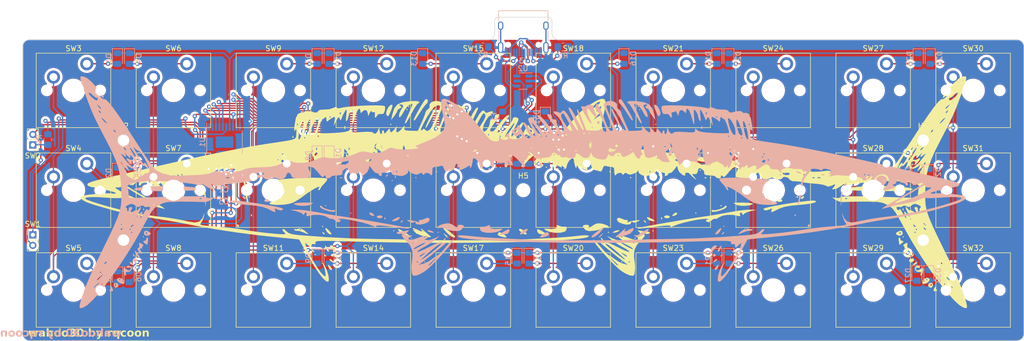
<source format=kicad_pcb>
(kicad_pcb (version 20221018) (generator pcbnew)
  (layers (0 "F.Cu" signal) (31 "B.Cu" signal) (34 "B.Paste" user) (35 "F.Paste" user) (36 "B.SilkS" user "B.Silkscreen") (37 "F.SilkS" user "F.Silkscreen") (38 "B.Mask" user) (39 "F.Mask" user) (44 "Edge.Cuts" user))
  (net 0 "")
  (net 1 "+5V")
  (net 2 "GND")
  (net 3 "/RST")
  (net 4 "+3V3")
  (net 5 "/C0")
  (net 6 "Net-(D1-A)")
  (net 7 "/C1")
  (net 8 "Net-(D2-A)")
  (net 9 "/C2")
  (net 10 "Net-(D3-A)")
  (net 11 "Net-(D4-A)")
  (net 12 "Net-(D5-A)")
  (net 13 "Net-(D6-A)")
  (net 14 "Net-(D7-A)")
  (net 15 "Net-(D8-A)")
  (net 16 "Net-(D9-A)")
  (net 17 "Net-(D10-A)")
  (net 18 "Net-(D11-A)")
  (net 19 "Net-(D12-A)")
  (net 20 "Net-(D13-A)")
  (net 21 "Net-(D14-A)")
  (net 22 "Net-(D15-A)")
  (net 23 "Net-(D16-A)")
  (net 24 "Net-(D17-A)")
  (net 25 "Net-(D18-A)")
  (net 26 "Net-(D19-A)")
  (net 27 "Net-(D20-A)")
  (net 28 "Net-(D21-A)")
  (net 29 "Net-(D22-A)")
  (net 30 "Net-(D23-A)")
  (net 31 "Net-(D24-A)")
  (net 32 "Net-(D25-A)")
  (net 33 "Net-(D26-A)")
  (net 34 "Net-(D27-A)")
  (net 35 "Net-(D28-A)")
  (net 36 "Net-(D29-A)")
  (net 37 "Net-(D30-A)")
  (net 38 "/R7")
  (net 39 "/R4")
  (net 40 "Net-(J3-CC1)")
  (net 41 "/DOWNLOAD")
  (net 42 "/DM")
  (net 44 "Net-(J3-CC2)")
  (net 46 "Net-(D31-A)")
  (net 47 "/R0")
  (net 48 "/R1")
  (net 49 "/R2")
  (net 50 "/R3")
  (net 51 "/R5")
  (net 52 "/R8")
  (net 53 "/R9")
  (net 54 "Net-(F1-Pad1)")
  (net 55 "/DP")
  (net 56 "/UDM")
  (net 57 "Net-(SW2-A)")
  (net 58 "/R6")
  (footprint "PCM_Switch_Keyboard_Cherry_MX:SW_Cherry_MX_PCB_1.00u" (layer "F.Cu") (at 151.638 57.912)
    (fp_text reference "SW22")
    (fp_text value "SW_Push")
  )
  (footprint "PCM_Switch_Keyboard_Cherry_MX:SW_Cherry_MX_PCB_1.00u" (layer "F.Cu") (at 132.588 76.962)
    (fp_text reference "SW20")
    (fp_text value "SW_Push")
  )
  (footprint "PCM_Switch_Keyboard_Cherry_MX:SW_Cherry_MX_PCB_1.00u" (layer "F.Cu") (at 113.538 57.912)
    (fp_text reference "SW16")
    (fp_text value "SW_Push")
  )
  (footprint "PCM_Switch_Keyboard_Cherry_MX:SW_Cherry_MX_PCB_1.00u" (layer "F.Cu") (at 94.488 76.962)
    (fp_text reference "SW14")
    (fp_text value "SW_Push")
  )
  (footprint "PCM_Switch_Keyboard_Cherry_MX:SW_Cherry_MX_PCB_1.00u" (layer "F.Cu") (at 151.638 38.862)
    (fp_text reference "SW21")
    (fp_text value "SW_Push")
  )
  (footprint "PCM_Switch_Keyboard_Cherry_MX:SW_Cherry_MX_PCB_1.00u" (layer "F.Cu") (at 208.788 57.912)
    (fp_text reference "SW31")
    (fp_text value "SW_Push")
  )
  (footprint "PCM_Switch_Keyboard_Cherry_MX:SW_Cherry_MX_PCB_1.00u" (layer "F.Cu") (at 37.338 38.862)
    (fp_text reference "SW3")
    (fp_text value "SW_Push")
  )
  (footprint "PCM_Switch_Keyboard_Cherry_MX:SW_Cherry_MX_PCB_1.00u" (layer "F.Cu") (at 37.338 57.912)
    (fp_text reference "SW4")
    (fp_text value "SW_Push")
  )
  (footprint "MountingHole:MountingHole_2.2mm_M2_ISO7380" (layer "F.Cu") (at 46.863 67.437)
    (fp_text reference "H1")
    (fp_text value "MountingHole")
  )
  (footprint "PCM_Switch_Keyboard_Cherry_MX:SW_Cherry_MX_PCB_1.00u" (layer "F.Cu") (at 75.438 57.912)
    (fp_text reference "SW10")
    (fp_text value "SW_Push")
  )
  (footprint "PCM_Switch_Keyboard_Cherry_MX:SW_Cherry_MX_PCB_1.00u" (layer "F.Cu") (at 208.788 38.862)
    (fp_text reference "SW30")
    (fp_text value "SW_Push")
  )
  (footprint "PCM_Switch_Keyboard_Cherry_MX:SW_Cherry_MX_PCB_1.00u" (layer "F.Cu") (at 56.388 57.912)
    (fp_text reference "SW7")
    (fp_text value "SW_Push")
  )
  (footprint "PCM_Switch_Keyboard_Cherry_MX:SW_Cherry_MX_PCB_1.00u" (layer "F.Cu") (at 56.388 38.862)
    (fp_text reference "SW6")
    (fp_text value "SW_Push")
  )
  (footprint "PCM_Switch_Keyboard_Cherry_MX:SW_Cherry_MX_PCB_1.00u" (layer "F.Cu") (at 37.338 76.962)
    (fp_text reference "SW5")
    (fp_text value "SW_Push")
  )
  (footprint "Connector_PinHeader_2.00mm:PinHeader_1x02_P2.00mm_Vertical" (layer "F.Cu") (at 29.591 66.437)
    (fp_text reference "SW1")
    (fp_text value "SW_SPST")
  )
  (footprint "MountingHole:MountingHole_2.2mm_M2_ISO7380" (layer "F.Cu") (at 123.063 57.912)
    (fp_text reference "H5")
    (fp_text value "MountingHole")
  )
  (footprint "PCM_Switch_Keyboard_Cherry_MX:SW_Cherry_MX_PCB_1.00u" (layer "F.Cu") (at 113.538 76.962)
    (fp_text reference "SW17")
    (fp_text value "SW_Push")
  )
  (footprint "PCM_Switch_Keyboard_Cherry_MX:SW_Cherry_MX_PCB_1.00u" (layer "F.Cu") (at 56.388 76.962)
    (fp_text reference "SW8")
    (fp_text value "SW_Push")
  )
  (footprint "PCM_Switch_Keyboard_Cherry_MX:SW_Cherry_MX_PCB_1.00u" (layer "F.Cu") (at 132.588 57.912)
    (fp_text reference "SW19")
    (fp_text value "SW_Push")
  )
  (footprint "Connector_PinHeader_2.00mm:PinHeader_1x02_P2.00mm_Vertical" (layer "F.Cu") (at 29.591 49.276 180)
    (fp_text reference "SW2")
    (fp_text value "SW_SPST")
  )
  (footprint "PCM_Switch_Keyboard_Cherry_MX:SW_Cherry_MX_PCB_1.00u" (layer "F.Cu") (at 189.738 38.862)
    (fp_text reference "SW27")
    (fp_text value "SW_Push")
  )
  (footprint "PCM_Switch_Keyboard_Cherry_MX:SW_Cherry_MX_PCB_1.00u" (layer "F.Cu") (at 208.788 76.962)
    (fp_text reference "SW32")
    (fp_text value "SW_Push")
  )
  (footprint "PCM_Switch_Keyboard_Cherry_MX:SW_Cherry_MX_PCB_1.00u" (layer "F.Cu") (at 189.738 57.912)
    (fp_text reference "SW28")
    (fp_text value "SW_Push")
  )
  (footprint "MountingHole:MountingHole_2.2mm_M2_ISO7380" (layer "F.Cu") (at 46.863 48.387)
    (fp_text reference "H2")
    (fp_text value "MountingHole")
  )
  (footprint "PCM_Switch_Keyboard_Cherry_MX:SW_Cherry_MX_PCB_1.00u" (layer "F.Cu") (at 75.438 38.862)
    (fp_text reference "SW9")
    (fp_text value "SW_Push")
  )
  (footprint "MountingHole:MountingHole_2.2mm_M2_ISO7380" (layer "F.Cu") (at 199.263 67.437)
    (fp_text reference "H4")
    (fp_text value "MountingHole")
  )
  (footprint "PCM_Switch_Keyboard_Cherry_MX:SW_Cherry_MX_PCB_1.00u" (layer "F.Cu") (at 132.588 38.862)
    (fp_text reference "SW18")
    (fp_text value "SW_Push")
  )
  (footprint "PCM_Switch_Keyboard_Cherry_MX:SW_Cherry_MX_PCB_1.00u" (layer "F.Cu") (at 94.488 57.912)
    (fp_text reference "SW13")
    (fp_text value "SW_Push")
  )
  (footprint "PCM_Switch_Keyboard_Cherry_MX:SW_Cherry_MX_PCB_1.00u" (layer "F.Cu") (at 189.738 76.962)
    (fp_text reference "SW29")
    (fp_text value "SW_Push")
  )
  (footprint "PCM_Switch_Keyboard_Cherry_MX:SW_Cherry_MX_PCB_1.00u" (layer "F.Cu") (at 75.438 76.962)
    (fp_text reference "SW11")
    (fp_text value "SW_Push")
  )
  (footprint "MountingHole:MountingHole_2.2mm_M2_ISO7380" (layer "F.Cu") (at 199.263 48.387)
    (fp_text reference "H3")
    (fp_text value "MountingHole")
  )
  (footprint "LOGO" (layer "F.Cu") (at 123.063 57.912)
    (fp_text reference "G***")
    (fp_text value "LOGO" hide)
  )
  (footprint "PCM_Switch_Keyboard_Cherry_MX:SW_Cherry_MX_PCB_1.00u" (layer "F.Cu") (at 113.538 38.862)
    (fp_text reference "SW15")
    (fp_text value "SW_Push")
  )
  (footprint "PCM_Switch_Keyboard_Cherry_MX:SW_Cherry_MX_PCB_1.00u" (layer "F.Cu") (at 170.688 57.912)
    (fp_text reference "SW25")
    (fp_text value "SW_Push")
  )
  (footprint "PCM_Switch_Keyboard_Cherry_MX:SW_Cherry_MX_PCB_1.00u" (layer "F.Cu") (at 170.688 76.962)
    (fp_text reference "SW26")
    (fp_text value "SW_Push")
  )
  (footprint "PCM_Switch_Keyboard_Cherry_MX:SW_Cherry_MX_PCB_1.00u" (layer "F.Cu") (at 151.638 76.962)
    (fp_text reference "SW23")
    (fp_text value "SW_Push")
  )
  (footprint "PCM_Switch_Keyboard_Cherry_MX:SW_Cherry_MX_PCB_1.00u" (layer "F.Cu") (at 94.488 38.862)
    (fp_text reference "SW12")
    (fp_text value "SW_Push")
  )
  (footprint "PCM_Switch_Keyboard_Cherry_MX:SW_Cherry_MX_PCB_1.00u" (layer "F.Cu") (at 170.688 38.862)
    (fp_text reference "SW24")
    (fp_text value "SW_Push")
  )
  (footprint "Diode_SMD:D_0805_2012Metric_Pad1.15x1.40mm_HandSolder" (layer "B.Cu") (at 162.255 32.783 -90)
    (fp_text reference "D22")
    (fp_text value "D")
  )
  (footprint "Fuse:Fuse_0805_2012Metric_Pad1.15x1.40mm_HandSolder" (layer "B.Cu") (at 119.126 43.942 -90)
    (fp_text reference "F1")
    (fp_text value "500mA")
  )
  (footprint "Diode_SMD:D_0805_2012Metric_Pad1.15x1.40mm_HandSolder" (layer "B.Cu") (at 45.72 32.774 -90)
    (fp_text reference "D1")
    (fp_text value "D")
  )
  (footprint "Diode_SMD:D_0805_2012Metric_Pad1.15x1.40mm_HandSolder" (layer "B.Cu") (at 86.055 51.325 -90)
    (fp_text reference "D11")
    (fp_text value "D")
  )
  (footprint "Resistor_SMD:R_0805_2012Metric_Pad1.20x1.40mm_HandSolder" (layer "B.Cu") (at 32.45 48.243 -90)
    (fp_text reference "R4")
    (fp_text value "10k")
  )
  (footprint "Diode_SMD:D_0805_2012Metric_Pad1.15x1.40mm_HandSolder" (layer "B.Cu") (at 162.255 51.833 -90)
    (fp_text reference "D23")
    (fp_text value "D")
  )
  (footprint "Diode_SMD:D_0805_2012Metric_Pad1.15x1.40mm_HandSolder" (layer "B.Cu") (at 83.769 51.325 -90)
    (fp_text reference "D8")
    (fp_text value "D")
  )
  (footprint "Resistor_SMD:R_0805_2012Metric_Pad1.20x1.40mm_HandSolder" (layer "B.Cu") (at 130.632 30.572)
    (fp_text reference "R1")
    (fp_text value "5.1k")
  )
  (footprint "Diode_SMD:D_0805_2012Metric_Pad1.15x1.40mm_HandSolder" (layer "B.Cu") (at 86.055 32.783 -90)
    (fp_text reference "D10")
    (fp_text value "D")
  )
  (footprint "Diode_SMD:D_0805_2012Metric_Pad1.15x1.40mm_HandSolder" (layer "B.Cu") (at 159.969 51.833 -90)
    (fp_text reference "D20")
    (fp_text value "D")
  )
  (footprint "Connector_USB:USB_C_Receptacle_HRO_TYPE-C-31-M-12" (layer "B.Cu") (at 123.063 27.559)
    (fp_text reference "J3")
    (fp_text value "USB_C_Receptacle_USB2.0_16P")
  )
  (footprint "Diode_SMD:D_0805_2012Metric_Pad1.15x1.40mm_HandSolder" (layer "B.Cu") (at 162.255 70.883 -90)
    (fp_text reference "D24")
    (fp_text value "D")
  )
  (footprint "Diode_SMD:D_0805_2012Metric_Pad1.15x1.40mm_HandSolder" (layer "B.Cu") (at 65.989 56.151)
    (fp_text reference "C1")
    (fp_text value "100n")
  )
  (footprint "Diode_SMD:D_0805_2012Metric_Pad1.15x1.40mm_HandSolder" (layer "B.Cu") (at 159.969 32.783 -90)
    (fp_text reference "D19")
    (fp_text value "D")
  )
  (footprint "Diode_SMD:D_0805_2012Metric_Pad1.15x1.40mm_HandSolder" (layer "B.Cu") (at 127.254 43.942 -90)
    (fp_text reference "D31")
    (fp_text value "PMEG2010E")
  )
  (footprint "Diode_SMD:D_0805_2012Metric_Pad1.15x1.40mm_HandSolder" (layer "B.Cu") (at 200.609 32.783 -90)
    (fp_text reference "D28")
    (fp_text value "D")
  )
  (footprint "Diode_SMD:D_0805_2012Metric_Pad1.15x1.40mm_HandSolder" (layer "B.Cu") (at 86.055 70.883 -90)
    (fp_text reference "D12")
    (fp_text value "D")
  )
  (footprint "Diode_SMD:D_0805_2012Metric_Pad1.15x1.40mm_HandSolder" (layer "B.Cu") (at 121.869 51.833 -90)
    (fp_text reference "D14")
    (fp_text value "D")
  )
  (footprint "Diode_SMD:D_0805_2012Metric_Pad1.15x1.40mm_HandSolder" (layer "B.Cu") (at 198.069 54.881 -90)
    (fp_text reference "D26")
    (fp_text value "D")
  )
  (footprint "Diode_SMD:D_0805_2012Metric_Pad1.15x1.40mm_HandSolder" (layer "B.Cu") (at 198.323 32.783 -90)
    (fp_text reference "D25")
    (fp_text value "D")
  )
  (footprint "Diode_SMD:D_0805_2012Metric_Pad1.15x1.40mm_HandSolder" (layer "B.Cu") (at 65.989 58.437)
    (fp_text reference "C3")
    (fp_text value "100n")
  )
  (footprint "Diode_SMD:D_0805_2012Metric_Pad1.15x1.40mm_HandSolder" (layer "B.Cu") (at 200.355 74.168 -90)
    (fp_text reference "D30")
    (fp_text value "D")
  )
  (footprint "Diode_SMD:D_0805_2012Metric_Pad1.15x1.40mm_HandSolder" (layer "B.Cu") (at 45.72 54.627 -90)
    (fp_text reference "D2")
    (fp_text value "D")
  )
  (footprint "Diode_SMD:D_0805_2012Metric_Pad1.15x1.40mm_HandSolder" (layer "B.Cu") (at 83.769 70.883 -90)
    (fp_text reference "D9")
    (fp_text value "D")
  )
  (footprint "Diode_SMD:D_0805_2012Metric_Pad1.15x1.40mm_HandSolder" (layer "B.Cu") (at 142.24 32.766 -90)
    (fp_text reference "D16")
    (fp_text value "D")
  )
  (footprint "Diode_SMD:D_0805_2012Metric_Pad1.15x1.40mm_HandSolder" (layer "B.Cu") (at 121.869 70.883 -90)
    (fp_text reference "D15")
    (fp_text value "D")
  )
  (footprint "Diode_SMD:D_0805_2012Metric_Pad1.15x1.40mm_HandSolder" (layer "B.Cu") (at 47.955 54.627 -90)
    (fp_text reference "D5")
    (fp_text value "D")
  )
  (footprint "Diode_SMD:D_0805_2012Metric_Pad1.15x1.40mm_HandSolder" (layer "B.Cu") (at 124.155 51.833 -90)
    (fp_text reference "D17")
    (fp_text value "D")
  )
  (footprint "LOGO" (layer "B.Cu") (at 123.063 57.912 180)
    (fp_text reference "G***")
    (fp_text value "LOGO" hide)
  )
  (footprint "Package_TO_SOT_SMD:SOT-23-6" (layer "B.Cu") (at 123.002 37.084 180)
    (fp_text reference "U2")
    (fp_text value "USBLC6-2SC6")
  )
  (footprint "Diode_SMD:D_0805_2012Metric_Pad1.15x1.40mm_HandSolder" (layer "B.Cu") (at 159.969 70.883 -90)
    (fp_text reference "D21")
    (fp_text value "D")
  )
  (footprint "Diode_SMD:D_0805_2012Metric_Pad1.15x1.40mm_HandSolder" (layer "B.Cu") (at 124.155 70.883 -90)
    (fp_text reference "D18")
    (fp_text value "D")
  )
  (footprint "Package_SO:TSSOP-20-1EP_4.4x6.5mm_P0.65mm_EP2.15x3.35mm" (layer "B.Cu") (at 66.118 48.736 -90)
    (fp_text reference "U1")
    (fp_text value "CH552T")
  )
  (footprint "Diode_SMD:D_0805_2012Metric_Pad1.15x1.40mm_HandSolder" (layer "B.Cu") (at 48.006 32.774 -90)
    (fp_text reference "D4")
    (fp_text value "D")
  )
  (footprint "Diode_SMD:D_0805_2012Metric_Pad1.15x1.40mm_HandSolder" (layer "B.Cu") (at 83.769 32.774 -90)
    (fp_text reference "D7")
    (fp_text value "D")
  )
  (footprint "Diode_SMD:D_0805_2012Metric_Pad1.15x1.40mm_HandSolder" (layer "B.Cu") (at 103.886 32.774 -90)
    (fp_text reference "D13")
    (fp_text value "D")
  )
  (footprint "Diode_SMD:D_0805_2012Metric_Pad1.15x1.40mm_HandSolder" (layer "B.Cu") (at 200.355 54.881 -90)
    (fp_text reference "D29")
    (fp_text value "D")
  )
  (footprint "Diode_SMD:D_0805_2012Metric_Pad1.15x1.40mm_HandSolder" (layer "B.Cu") (at 198.069 74.168 -90)
    (fp_text reference "D27")
    (fp_text value "D")
  )
  (footprint "Diode_SMD:D_0805_2012Metric_Pad1.15x1.40mm_HandSolder" (layer "B.Cu") (at 45.72 74.422 -90)
    (fp_text reference "D3")
    (fp_text value "D")
  )
  (footprint "Diode_SMD:D_0805_2012Metric_Pad1.15x1.40mm_HandSolder" (layer "B.Cu") (at 47.955 74.439 -90)
    (fp_text reference "D6")
    (fp_text value "D")
  )
  (footprint "Resistor_SMD:R_0805_2012Metric_Pad1.20x1.40mm_HandSolder" (layer "B.Cu") (at 115.392 30.572 180)
    (fp_text reference "R2")
    (fp_text value "5.1k")
  )
  (gr_arc (start 117.602 25.654) (mid 117.825185 25.115185) (end 118.364 24.892) (stroke (width 0.1)) (layer "Edge.Cuts"))
  (gr_line (start 129.794 29.21) (end 217.17 29.21) (stroke (width 0.1)) (layer "Edge.Cuts"))
  (gr_line (start 27.686 85.344) (end 27.686 30.48) (stroke (width 0.1)) (layer "Edge.Cuts"))
  (gr_arc (start 129.794 29.21) (mid 128.895974 28.838026) (end 128.524 27.94) (stroke (width 0.1)) (layer "Edge.Cuts"))
  (gr_line (start 117.602 27.94) (end 117.602 25.654) (stroke (width 0.1)) (layer "Edge.Cuts"))
  (gr_line (start 218.44 30.48) (end 218.44 85.344) (stroke (width 0.1)) (layer "Edge.Cuts"))
  (gr_arc (start 28.956 86.614) (mid 28.057974 86.242026) (end 27.686 85.344) (stroke (width 0.1)) (layer "Edge.Cuts"))
  (gr_arc (start 27.686 30.48) (mid 28.057974 29.581974) (end 28.956 29.21) (stroke (width 0.1)) (layer "Edge.Cuts"))
  (gr_arc (start 117.602 27.94) (mid 117.230026 28.838026) (end 116.332 29.21) (stroke (width 0.1)) (layer "Edge.Cuts"))
  (gr_line (start 118.364 24.892) (end 127.762 24.892) (stroke (width 0.1)) (layer "Edge.Cuts"))
  (gr_arc (start 127.762 24.892) (mid 128.300815 25.115185) (end 128.524 25.654) (stroke (width 0.1)) (layer "Edge.Cuts"))
  (gr_arc (start 218.44 85.344) (mid 218.068026 86.242026) (end 217.17 86.614) (stroke (width 0.1)) (layer "Edge.Cuts"))
  (gr_line (start 128.524 25.654) (end 128.524 27.94) (stroke (width 0.1)) (layer "Edge.Cuts"))
  (gr_line (start 217.17 86.614) (end 28.956 86.614) (stroke (width 0.1)) (layer "Edge.Cuts"))
  (gr_line (start 28.956 29.21) (end 116.332 29.21) (stroke (width 0.1)) (layer "Edge.Cuts"))
  (gr_arc (start 217.17 29.21) (mid 218.068026 29.581974) (end 218.44 30.48) (stroke (width 0.1)) (layer "Edge.Cuts"))
  (gr_text "wahoo30 by rqcoon" (at 46.482 86.106) (layer "B.SilkS") (effects (font (size 1.5 1.5) (thickness 0.3) bold) (justify left bottom mirror)))
  (gr_text "wahoo30 by rqcoon" (at 28.702 86.106) (layer "F.SilkS") (effects (font (size 1.5 1.5) (thickness 0.3) bold) (justify left bottom)))
  (segment (start 128.459653 47.403) (end 118.639299 47.403) (width 0.25) (layer "F.Cu") (net 1))
  (segment (start 71.316 52.638792) (end 68.326 55.628792) (width 0.25) (layer "F.Cu") (net 1))
  (segment (start 105.648 46.916) (end 104.648 45.916) (width 0.25) (layer "F.Cu") (net 1))
  (segment (start 71.316 46.668396) (end 71.316 52.638792) (width 0.25) (layer "F.Cu") (net 1))
  (segment (start 118.152299 46.916) (end 105.648 46.916) (width 0.25) (layer "F.Cu") (net 1))
  (segment (start 68.326 55.628792) (end 68.326 60.452) (width 0.25) (layer "F.Cu") (net 1))
  (segment (start 118.639299 47.403) (end 118.152299 46.916) (width 0.25) (layer "F.Cu") (net 1))
  (segment (start 72.068396 45.916) (end 71.316 46.668396) (width 0.25) (layer "F.Cu") (net 1))
  (segment (start 128.909653 46.953) (end 128.459653 47.403) (width 0.25) (layer "F.Cu") (net 1))
  (segment (start 104.648 45.916) (end 72.068396 45.916) (width 0.25) (layer "F.Cu") (net 1))
  (via (at 128.909653 46.953) (size 0.8) (drill 0.4) (layers "F.Cu" "B.Cu") (net 1))
  (via (at 68.326 60.452) (size 0.8) (drill 0.4) (layers "F.Cu" "B.Cu") (net 1))
  (segment (start 124.451 42.917) (end 127.254 42.917) (width 0.25) (layer "B.Cu") (net 1))
  (segment (start 128.524 44.45) (end 128.524 46.567347) (width 0.25) (layer "B.Cu") (net 1))
  (segment (start 121.8645 37.084) (end 122.526999 37.084) (width 0.25) (layer "B.Cu") (net 1))
  (segment (start 64.964 56.151) (end 66.04 57.227) (width 0.25) (layer "B.Cu") (net 1))
  (segment (start 127.254 42.917) (end 128.524 44.187) (width 0.25) (layer "B.Cu") (net 1))
  (segment (start 128.524 46.567347) (end 128.909653 46.953) (width 0.25) (layer "B.Cu") (net 1))
  (segment (start 64.964 56.151) (end 63.843 55.03) (width 0.25) (layer "B.Cu") (net 1))
  (segment (start 123.152 37.709001) (end 123.152 41.618) (width 0.25) (layer "B.Cu") (net 1))
  (segment (start 66.04 57.227) (end 66.04 59.436) (width 0.25) (layer "B.Cu") (net 1))
  (segment (start 63.843 55.03) (end 63.843 51.6235) (width 0.25) (layer "B.Cu") (net 1))
  (segment (start 68.326 60.452) (end 67.056 60.452) (width 0.25) (layer "B.Cu") (net 1))
  (segment (start 122.526999 37.084) (end 123.152 37.709001) (width 0.25) (layer "B.Cu") (net 1))
  (segment (start 128.524 44.187) (end 128.524 44.45) (width 0.25) (layer "B.Cu") (net 1))
  (segment (start 67.056 60.452) (end 66.04 59.436) (width 0.25) (layer "B.Cu") (net 1))
  (segment (start 123.152 41.618) (end 124.451 42.917) (width 0.25) (layer "B.Cu") (net 1))
  (segment (start 66.400108 54.85238) (end 66.400108 54.573) (width 0.25) (layer "F.Cu") (net 2))
  (segment (start 66.400108 54.573) (end 66.247695 54.573) (width 0.25) (layer "F.Cu") (net 2))
  (via (at 70.903 44.766802) (size 0.8) (drill 0.4) (layers "F.Cu" "B.Cu") (net 2))
  (via (at 125.73 37.084) (size 0.8) (drill 0.4) (layers "F.Cu" "B.Cu") (net 2))
  (via (at 66.400108 54.85238) (size 0.8) (drill 0.4) (layers "F.Cu" "B.Cu") (net 2))
  (segment (start 118.743 26.509) (end 118.743 30.689) (width 0.25) (layer "B.Cu") (net 2))
  (segment (start 70.866 49.276) (end 70.866 44.803802) (width 0.25) (layer "B.Cu") (net 2))
  (segment (start 70.866 44.803802) (end 70.903 44.766802) (width 0.25) (layer "B.Cu") (net 2))
  (segment (start 64.833001 50.546) (end 69.596 50.546) (width 0.25) (layer "B.Cu") (net 2))
  (segment (start 64.493 51.6235) (end 64.493 50.886001) (width 0.25) (layer "B.Cu") (net 2))
  (segment (start 127.383 26.509) (end 127.383 30.689) (width 0.25) (layer "B.Cu") (net 2))
  (segment (start 64.493 50.886001) (end 64.833001 50.546) (width 0.25) (layer "B.Cu") (net 2))
  (segment (start 69.596 50.546) (end 70.866 49.276) (width 0.25) (layer "B.Cu") (net 2))
  (segment (start 124.1395 37.084) (end 125.73 37.084) (width 0.25) (layer "B.Cu") (net 2))
  (segment (start 67.014 55.466272) (end 66.400108 54.85238) (width 0.25) (layer "B.Cu") (net 2))
  (segment (start 67.014 56.151) (end 67.014 55.466272) (width 0.25) (layer "B.Cu") (net 2))
  (segment (start 34.819 44.508) (end 58.42 44.508) (width 0.25) (layer "F.Cu") (net 3))
  (segment (start 58.674 44.254) (end 58.42 44.508) (width 0.25) (layer "F.Cu") (net 3))
  (segment (start 34.544 44.233) (end 34.819 44.508) (width 0.25) (layer "F.Cu") (net 3))
  (segment (start 58.674 44.233) (end 58.674 44.254) (width 0.25) (layer "F.Cu") (net 3))
  (via (at 58.674 44.233) (size 0.8) (drill 0.4) (layers "F.Cu" "B.Cu") (net 3))
  (via (at 34.544 44.233) (size 0.8) (drill 0.4) (layers "F.Cu" "B.Cu") (net 3))
  (segment (start 66.443 46.539812) (end 65.738812 47.244) (width 0.25) (layer "B.Cu") (net 3))
  (segment (start 60.268695 47.244) (end 59.725348 46.700652) (width 0.25) (layer "B.Cu") (net 3))
  (segment (start 29.591 54.737) (end 29.591 66.437) (width 0.25) (layer "B.Cu") (net 3))
  (segment (start 34.544 44.233) (end 34.544 49.784) (width 0.25) (layer "B.Cu") (net 3))
  (segment (start 34.544 49.784) (end 29.591 54.737) (width 0.25) (layer "B.Cu") (net 3))
  (segment (start 65.738812 47.244) (end 60.268695 47.244) (width 0.25) (layer "B.Cu") (net 3))
  (segment (start 59.725348 46.700652) (end 58.674 45.649304) (width 0.25) (layer "B.Cu") (net 3))
  (segment (start 59.725348 46.700652) (end 59.517681 46.492986) (width 0.25) (layer "B.Cu") (net 3))
  (segment (start 66.443 45.8485) (end 66.443 46.539812) (width 0.25) (layer "B.Cu") (net 3))
  (segment (start 58.674 45.649304) (end 58.674 44.233) (width 0.25) (layer "B.Cu") (net 3))
  (segment (start 60.519604 45.408) (end 61.468 46.356396) (width 0.25) (layer "F.Cu") (net 4))
  (segment (start 62.609604 53.848) (end 63.118 53.848) (width 0.25) (layer "F.Cu") (net 4))
  (segment (start 61.468 46.356396) (end 61.468 52.706396) (width 0.25) (layer "F.Cu") (net 4))
  (segment (start 61.468 52.706396) (end 62.609604 53.848) (width 0.25) (layer "F.Cu") (net 4))
  (segment (start 29.591 47.276) (end 31.459 45.408) (width 0.25) (layer "F.Cu") (net 4))
  (segment (start 31.110347 48.795347) (end 29.591 47.276) (width 0.25) (layer "F.Cu") (net 4))
  (segment (start 31.110347 52.192347) (end 31.110347 48.795347) (width 0.25) (layer "F.Cu") (net 4))
  (segment (start 31.459 45.408) (end 60.519604 45.408) (width 0.25) (layer "F.Cu") (net 4))
  (via (at 63.118 53.848) (size 0.8) (drill 0.4) (layers "F.Cu" "B.Cu") (net 4))
  (via (at 31.110347 52.192347) (size 0.8) (drill 0.4) (layers "F.Cu" "B.Cu") (net 4))
  (segment (start 29.591 68.437) (end 28.591 67.437) (width 0.25) (layer "B.Cu") (net 4))
  (segment (start 29.141 54.550604) (end 30.796802 52.894802) (width 0.25) (layer "B.Cu") (net 4))
  (segment (start 63.193 51.6235) (end 63.193 56.666) (width 0.25) (layer "B.Cu") (net 4))
  (segment (start 30.796802 52.894802) (end 31.110347 52.581257) (width 0.25) (layer "B.Cu") (net 4))
  (segment (start 28.591 67.437) (end 28.591 64.812) (width 0.25) (layer "B.Cu") (net 4))
  (segment (start 28.591 64.812) (end 29.141 64.262) (width 0.25) (layer "B.Cu") (net 4))
  (segment (start 63.193 56.666) (end 64.964 58.437) (width 0.25) (layer "B.Cu") (net 4))
  (segment (start 29.141 64.262) (end 29.141 54.550604) (width 0.25) (layer "B.Cu") (net 4))
  (segment (start 31.110347 52.581257) (end 31.110347 52.192347) (width 0.25) (layer "B.Cu") (net 4))
  (segment (start 118.740348 46.867653) (end 118.825695 46.953) (width 0.25) (layer "F.Cu") (net 5))
  (segment (start 128.524 46.228) (end 132.069767 46.228) (width 0.25) (layer "F.Cu") (net 5))
  (segment (start 127.799 46.953) (end 128.524 46.228) (width 0.25) (layer "F.Cu") (net 5))
  (segment (start 132.069767 46.228) (end 140.97 46.228) (width 0.25) (layer "F.Cu") (net 5))
  (segment (start 118.825695 46.953) (end 127.799 46.953) (width 0.25) (layer "F.Cu") (net 5))
  (segment (start 118.063695 46.191) (end 118.740348 46.867653) (width 0.25) (layer "F.Cu") (net 5))
  (segment (start 106.426 46.191) (end 118.063695 46.191) (width 0.25) (layer "F.Cu") (net 5))
  (via (at 140.97 46.228) (size 0.8) (drill 0.4) (layers "F.Cu" "B.Cu") (net 5))
  (via (at 106.426 46.191) (size 0.8) (drill 0.4) (layers "F.Cu" "B.Cu") (net 5))
  (segment (start 106.426 33.02) (end 105.156 31.75) (width 0.25) (layer "B.Cu") (net 5))
  (segment (start 67.093 32.802) (end 68.146 31.749) (width 0.25) (layer "B.Cu") (net 5))
  (segment (start 104.586 31.749) (end 103.886 31.749) (width 0.25) (layer "B.Cu") (net 5))
  (segment (start 86.046 31.749) (end 86.055 31.758) (width 0.25) (layer "B.Cu") (net 5))
  (segment (start 162.255 31.758) (end 198.323 31.758) (width 0.25) (layer "B.Cu") (net 5))
  (segment (start 86.055 31.758) (end 103.877 31.758) (width 0.25) (layer "B.Cu") (net 5))
  (segment (start 104.587 31.75) (end 104.586 31.749) (width 0.25) (layer "B.Cu") (net 5))
  (segment (start 140.97 46.228) (end 140.97 35.814) (width 0.25) (layer "B.Cu") (net 5))
  (segment (start 83.769 31.749) (end 86.046 31.749) (width 0.25) (layer "B.Cu") (net 5))
  (segment (start 105.156 31.75) (end 104.587 31.75) (width 0.25) (layer "B.Cu") (net 5))
  (segment (start 67.093 45.8485) (end 67.093 32.802) (width 0.25) (layer "B.Cu") (net 5))
  (segment (start 140.97 35.814) (end 139.954 34.798) (width 0.25) (layer "B.Cu") (net 5))
  (segment (start 45.72 31.749) (end 48.006 31.749) (width 0.25) (layer "B.Cu") (net 5))
  (segment (start 139.954 32.766) (end 140.979 31.741) (width 0.25) (layer "B.Cu") (net 5))
  (segment (start 142.24 31.741) (end 159.952 31.741) (width 0.25) (layer "B.Cu") (net 5))
  (segment (start 67.093 32.802) (end 66.04 31.749) (width 0.25) (layer "B.Cu") (net 5))
  (segment (start 159.969 31.758) (end 162.255 31.758) (width 0.25) (layer "B.Cu") (net 5))
  (segment (start 106.426 36.83) (end 106.426 46.191) (width 0.25) (layer "B.Cu") (net 5))
  (segment (start 68.326 31.749) (end 83.769 31.749) (width 0.25) (layer "B.Cu") (net 5))
  (segment (start 198.323 31.758) (end 200.609 31.758) (width 0.25) (layer "B.Cu") (net 5))
  (segment (start 103.877 31.758) (end 103.886 31.749) (width 0.25) (layer "B.Cu") (net 5))
  (segment (start 159.952 31.741) (end 159.969 31.758) (width 0.25) (layer "B.Cu") (net 5))
  (segment (start 48.006 31.749) (end 66.04 31.749) (width 0.25) (layer "B.Cu") (net 5))
  (segment (start 68.146 31.749) (end 68.326 31.749) (width 0.25) (layer "B.Cu") (net 5))
  (segment (start 140.979 31.741) (end 142.24 31.741) (width 0.25) (layer "B.Cu") (net 5))
  (segment (start 106.426 36.83) (end 106.426 33.02) (width 0.25) (layer "B.Cu") (net 5))
  (segment (start 139.954 34.798) (end 139.954 32.766) (width 0.25) (layer "B.Cu") (net 5))
  (segment (start 39.878 33.782) (end 43.942 33.782) (width 0.25) (layer "F.Cu") (net 6))
  (via (at 43.942 33.782) (size 0.8) (drill 0.4) (layers "F.Cu" "B.Cu") (net 6))
  (segment (start 45.703 33.782) (end 45.72 33.799) (width 0.25) (layer "B.Cu") (net 6))
  (segment (start 43.942 33.782) (end 45.703 33.782) (width 0.25) (layer "B.Cu") (net 6))
  (segment (start 39.895 33.799) (end 39.878 33.782) (width 0.25) (layer "B.Cu") (net 6))
  (segment (start 60.801 43.434) (end 67.818 43.434) (width 0.25) (layer "F.Cu") (net 7))
  (segment (start 132.334 51.562) (end 133.096 50.8) (width 0.25) (layer "F.Cu") (net 7))
  (segment (start 60.452 43.783) (end 60.801 43.434) (width 0.25) (layer "F.Cu") (net 7))
  (segment (start 58.166 50.546) (end 58.42 50.546) (width 0.25) (layer "F.Cu") (net 7))
  (segment (start 164.084 50.8) (end 196.342 50.8) (width 0.25) (layer "F.Cu") (net 7))
  (segment (start 70.612 43.434) (end 67.818 43.434) (width 0.25) (layer "F.Cu") (net 7))
  (segment (start 60.198 50.546) (end 61.018 49.726) (width 0.25) (layer "F.Cu") (net 7))
  (segment (start 83.545 44.566) (end 71.744 44.566) (width 0.25) (layer "F.Cu") (net 7))
  (segment (start 61.018 49.726) (end 61.018 49.276) (width 0.25) (layer "F.Cu") (net 7))
  (segment (start 71.744 44.566) (end 70.612 43.434) (width 0.25) (layer "F.Cu") (net 7))
  (segment (start 88.138 50.8) (end 87.63 50.292) (width 0.25) (layer "F.Cu") (net 7))
  (segment (start 125.984 50.8) (end 126.746 51.562) (width 0.25) (layer "F.Cu") (net 7))
  (segment (start 133.096 50.8) (end 158.242 50.8) (width 0.25) (layer "F.Cu") (net 7))
  (segment (start 49.525347 52.319347) (end 56.383347 52.319347) (width 0.25) (layer "F.Cu") (net 7))
  (segment (start 61.018 46.931702) (end 60.515657 46.429359) (width 0.25) (layer "F.Cu") (net 7))
  (segment (start 126.746 51.562) (end 132.334 51.562) (width 0.25) (layer "F.Cu") (net 7))
  (segment (start 56.383347 52.319347) (end 56.388 52.324) (width 0.25) (layer "F.Cu") (net 7))
  (segment (start 83.82 44.291) (end 83.545 44.566) (width 0.25) (layer "F.Cu") (net 7))
  (segment (start 58.42 50.546) (end 60.198 50.546) (width 0.25) (layer "F.Cu") (net 7))
  (segment (start 114.3 50.8) (end 88.138 50.8) (width 0.25) (layer "F.Cu") (net 7))
  (segment (start 61.018 49.276) (end 61.018 46.931702) (width 0.25) (layer "F.Cu") (net 7))
  (segment (start 56.388 52.324) (end 58.166 50.546) (width 0.25) (layer "F.Cu") (net 7))
  (via (at 87.63 50.292) (size 0.8) (drill 0.4) (layers "F.Cu" "B.Cu") (net 7))
  (via (at 158.242 50.8) (size 0.8) (drill 0.4) (layers "F.Cu" "B.Cu") (net 7))
  (via (at 83.82 44.291) (size 0.8) (drill 0.4) (layers "F.Cu" "B.Cu") (net 7))
  (via (at 114.3 50.8) (size 0.8) (drill 0.4) (layers "F.Cu" "B.Cu") (net 7))
  (via (at 67.818 43.434) (size 0.8) (drill 0.4) (layers "F.Cu" "B.Cu") (net 7))
  (via (at 125.984 50.8) (size 0.8) (drill 0.4) (layers "F.Cu" "B.Cu") (net 7))
  (via (at 60.515657 46.429359) (size 0.8) (drill 0.4) (layers "F.Cu" "B.Cu") (net 7))
  (via (at 49.525347 52.319347) (size 0.8) (drill 0.4) (layers "F.Cu" "B.Cu") (net 7))
  (via (at 196.342 50.8) (size 0.8) (drill 0.4) (layers "F.Cu" "B.Cu") (net 7))
  (via (at 60.452 43.783) (size 0.8) (drill 0.4) (layers "F.Cu" "B.Cu") (net 7))
  (via (at 164.084 50.8) (size 0.8) (drill 0.4) (layers "F.Cu" "B.Cu") (net 7))
  (segment (start 48.242694 53.602) (end 49.525347 52.319347) (width 0.25) (layer "B.Cu") (net 7))
  (segment (start 60.452 46.365702) (end 60.452 43.783) (width 0.25) (layer "B.Cu") (net 7))
  (segment (start 45.72 53.602) (end 47.955 53.602) (width 0.25) (layer "B.Cu") (net 7))
  (segment (start 86.055 50.3) (end 87.622 50.3) (width 0.25) (layer "B.Cu") (net 7))
  (segment (start 198.069 52.527) (end 196.342 50.8) (width 0.25) (layer "B.Cu") (net 7))
  (segment (start 162.255 50.808) (end 159.969 50.808) (width 0.25) (layer "B.Cu") (net 7))
  (segment (start 47.955 53.602) (end 48.242694 53.602) (width 0.25) (layer "B.Cu") (net 7))
  (segment (start 83.769 44.342) (end 83.82 44.291) (width 0.25) (layer "B.Cu") (net 7))
  (segment (start 86.055 50.3) (end 83.769 50.3) (width 0.25) (layer "B.Cu") (net 7))
  (segment (start 125.976 50.808) (end 125.984 50.8) (width 0.25) (layer "B.Cu") (net 7))
  (segment (start 83.769 50.3) (end 83.769 44.342) (width 0.25) (layer "B.Cu") (net 7))
  (segment (start 114.308 50.808) (end 114.3 50.8) (width 0.25) (layer "B.Cu") (net 7))
  (segment (start 67.743 43.509) (end 67.818 43.434) (width 0.25) (layer "B.Cu") (net 7))
  (segment (start 158.242 50.8) (end 159.961 50.8) (width 0.25) (layer "B.Cu") (net 7))
  (segment (start 87.622 50.3) (end 87.63 50.292) (width 0.25) (layer "B.Cu") (net 7))
  (segment (start 121.869 50.808) (end 114.308 50.808) (width 0.25) (layer "B.Cu") (net 7))
  (segment (start 164.076 50.808) (end 164.084 50.8) (width 0.25) (layer "B.Cu") (net 7))
  (segment (start 60.515657 46.429359) (end 60.452 46.365702) (width 0.25) (layer "B.Cu") (net 7))
  (segment (start 124.155 50.808) (end 125.976 50.808) (width 0.25) (layer "B.Cu") (net 7))
  (segment (start 67.743 45.8485) (end 67.743 43.509) (width 0.25) (layer "B.Cu") (net 7))
  (segment (start 198.069 53.856) (end 200.355 53.856) (width 0.25) (layer "B.Cu") (net 7))
  (segment (start 121.869 50.808) (end 124.155 50.808) (width 0.25) (layer "B.Cu") (net 7))
  (segment (start 162.255 50.808) (end 164.076 50.808) (width 0.25) (layer "B.Cu") (net 7))
  (segment (start 198.069 53.856) (end 198.069 52.527) (width 0.25) (layer "B.Cu") (net 7))
  (segment (start 159.961 50.8) (end 159.969 50.808) (width 0.25) (layer "B.Cu") (net 7))
  (segment (start 45.72 55.652) (end 42.698 55.652) (width 0.25) (layer "B.Cu") (net 8))
  (segment (start 42.698 55.652) (end 39.878 52.832) (width 0.25) (layer "B.Cu") (net 8))
  (segment (start 53.848 71.432) (end 55.938 69.342) (width 0.25) (layer "F.Cu") (net 9))
  (segment (start 64.516 68.072) (end 64.516 53.9) (width 0.25) (layer "F.Cu") (net 9))
  (segment (start 87.63 69.85) (end 120.142 69.85) (width 0.25) (layer "F.Cu") (net 9))
  (segment (start 125.73 69.85) (end 158.242 69.85) (width 0.25) (layer "F.Cu") (net 9))
  (segment (start 64.516 53.9) (end 64.568 53.848) (width 0.25) (layer "F.Cu") (net 9))
  (segment (start 58.166 69.342) (end 63.246 69.342) (width 0.25) (layer "F.Cu") (net 9))
  (segment (start 55.938 69.342) (end 58.166 69.342) (width 0.25) (layer "F.Cu") (net 9))
  (segment (start 164.084 69.85) (end 196.342 69.85) (width 0.25) (layer "F.Cu") (net 9))
  (segment (start 64.516 68.072) (end 65.786 69.342) (width 0.25) (layer "F.Cu") (net 9))
  (segment (start 49.716693 71.432) (end 53.848 71.432) (width 0.25) (layer "F.Cu") (net 9))
  (segment (start 65.786 69.342) (end 82.042 69.342) (width 0.25) (layer "F.Cu") (net 9))
  (segment (start 64.516 68.072) (end 63.246 69.342) (width 0.25) (layer "F.Cu") (net 9))
  (segment (start 49.517348 71.631345) (end 49.716693 71.432) (width 0.25) (layer "F.Cu") (net 9))
  (via (at 158.242 69.85) (size 0.8) (drill 0.4) (layers "F.Cu" "B.Cu") (net 9))
  (via (at 82.042 69.342) (size 0.8) (drill 0.4) (layers "F.Cu" "B.Cu") (net 9))
  (via (at 125.73 69.85) (size 0.8) (drill 0.4) (layers "F.Cu" "B.Cu") (net 9))
  (via (at 64.568 53.848) (size 0.8) (drill 0.4) (layers "F.Cu" "B.Cu") (net 9))
  (via (at 120.142 69.85) (size 0.8) (drill 0.4) (layers "F.Cu" "B.Cu") (net 9))
  (via (at 164.084 69.85) (size 0.8) (drill 0.4) (layers "F.Cu" "B.Cu") (net 9))
  (via (at 87.63 69.85) (size 0.8) (drill 0.4) (layers "F.Cu" "B.Cu") (net 9))
  (via (at 49.517348 71.631345) (size 0.8) (drill 0.4) (layers "F.Cu" "B.Cu") (net 9))
  (via (at 196.342 69.85) (size 0.8) (drill 0.4) (layers "F.Cu" "B.Cu") (net 9))
  (segment (start 83.253 69.342) (end 83.769 69.858) (width 0.25) (layer "B.Cu") (net 9))
  (segment (start 120.142 69.85) (end 121.861 69.85) (width 0.25) (layer "B.Cu") (net 9))
  (segment (start 158.242 69.85) (end 159.961 69.85) (width 0.25) (layer "B.Cu") (net 9))
  (segment (start 196.342 69.85) (end 198.069 71.577) (width 0.25) (layer "B.Cu") (net 9))
  (segment (start 124.155 69.858) (end 125.722 69.858) (width 0.25) (layer "B.Cu") (net 9))
  (segment (start 121.869 69.858) (end 124.155 69.858) (width 0.25) (layer "B.Cu") (net 9))
  (segment (start 87.622 69.858) (end 87.63 69.85) (width 0.25) (layer "B.Cu") (net 9))
  (segment (start 65.143 51.6235) (end 65.143 53.273) (width 0.25) (layer "B.Cu") (net 9))
  (segment (start 164.076 69.858) (end 164.084 69.85) (width 0.25) (layer "B.Cu") (net 9))
  (segment (start 198.069 71.577) (end 198.069 73.143) (width 0.25) (layer "B.Cu") (net 9))
  (segment (start 198.069 73.143) (end 200.355 73.143) (width 0.25) (layer "B.Cu") (net 9))
  (segment (start 47.955 73.414) (end 47.955 73.193693) (width 0.25) (layer "B.Cu") (net 9))
  (segment (start 83.769 69.858) (end 86.055 69.858) (width 0.25) (layer "B.Cu") (net 9))
  (segment (start 121.861 69.85) (end 121.869 69.858) (width 0.25) (layer "B.Cu") (net 9))
  (segment (start 125.722 69.858) (end 125.73 69.85) (width 0.25) (layer "B.Cu") (net 9))
  (segment (start 162.255 69.858) (end 164.076 69.858) (width 0.25) (layer "B.Cu") (net 9))
  (segment (start 86.055 69.858) (end 87.622 69.858) (width 0.25) (layer "B.Cu") (net 9))
  (segment (start 47.955 73.193693) (end 49.517348 71.631345) (width 0.25) (layer "B.Cu") (net 9))
  (segment (start 159.961 69.85) (end 159.969 69.858) (width 0.25) (layer "B.Cu") (net 9))
  (segment (start 82.042 69.342) (end 83.253 69.342) (width 0.25) (layer "B.Cu") (net 9))
  (segment (start 47.938 73.397) (end 47.955 73.414) (width 0.25) (layer "B.Cu") (net 9))
  (segment (start 162.255 69.858) (end 159.969 69.858) (width 0.25) (layer "B.Cu") (net 9))
  (segment (start 65.143 53.273) (end 64.568 53.848) (width 0.25) (layer "B.Cu") (net 9))
  (segment (start 45.72 73.397) (end 47.938 73.397) (width 0.25) (layer "B.Cu") (net 9))
  (segment (start 45.72 75.447) (end 43.443 75.447) (width 0.25) (layer "B.Cu") (net 10))
  (segment (start 43.443 75.447) (end 39.878 71.882) (width 0.25) (layer "B.Cu") (net 10))
  (segment (start 58.928 33.782) (end 49.53 33.782) (width 0.25) (layer "F.Cu") (net 11))
  (via (at 49.53 33.782) (size 0.8) (drill 0.4) (layers "F.Cu" "B.Cu") (net 11))
  (segment (start 48.023 33.782) (end 48.006 33.799) (width 0.25) (layer "B.Cu") (net 11))
  (segment (start 49.53 33.782) (end 48.023 33.782) (width 0.25) (layer "B.Cu") (net 11))
  (segment (start 50.038 52.832) (end 49.53 53.34) (width 0.25) (layer "F.Cu") (net 12))
  (segment (start 58.928 52.832) (end 50.038 52.832) (width 0.25) (layer "F.Cu") (net 12))
  (via (at 49.53 53.34) (size 0.8) (drill 0.4) (layers "F.Cu" "B.Cu") (net 12))
  (segment (start 48.488 55.652) (end 47.955 55.652) (width 0.25) (layer "B.Cu") (net 12))
  (segment (start 49.53 54.61) (end 48.488 55.652) (width 0.25) (layer "B.Cu") (net 12))
  (segment (start 49.53 53.34) (end 49.53 54.61) (width 0.25) (layer "B.Cu") (net 12))
  (segment (start 58.928 71.882) (end 50.292 71.882) (width 0.25) (layer "F.Cu") (net 13))
  (segment (start 49.53 72.644) (end 50.292 71.882) (width 0.25) (layer "F.Cu") (net 13))
  (via (at 49.53 72.644) (size 0.8) (drill 0.4) (layers "F.Cu" "B.Cu") (net 13))
  (segment (start 49.53 73.889) (end 47.955 75.464) (width 0.25) (layer "B.Cu") (net 13))
  (segment (start 49.53 73.889) (end 49.53 72.644) (width 0.25) (layer "B.Cu") (net 13))
  (segment (start 77.978 33.782) (end 82.296 33.782) (width 0.25) (layer "F.Cu") (net 14))
  (via (at 82.296 33.782) (size 0.8) (drill 0.4) (layers "F.Cu" "B.Cu") (net 14))
  (segment (start 82.296 33.782) (end 83.752 33.782) (width 0.25) (layer "B.Cu") (net 14))
  (segment (start 83.752 33.782) (end 83.769 33.799) (width 0.25) (layer "B.Cu") (net 14))
  (segment (start 77.978 52.832) (end 83.287 52.832) (width 0.25) (layer "B.Cu") (net 15))
  (segment (start 83.287 52.832) (end 83.769 52.35) (width 0.25) (layer "B.Cu") (net 15))
  (segment (start 78.004 71.908) (end 77.978 71.882) (width 0.25) (layer "B.Cu") (net 16))
  (segment (start 83.769 71.908) (end 78.004 71.908) (width 0.25) (layer "B.Cu") (net 16))
  (segment (start 97.028 33.782) (end 87.63 33.782) (width 0.25) (layer "F.Cu") (net 17))
  (via (at 87.63 33.782) (size 0.8) (drill 0.4) (layers "F.Cu" "B.Cu") (net 17))
  (segment (start 87.63 33.782) (end 86.081 33.782) (width 0.25) (layer "B.Cu") (net 17))
  (segment (start 86.081 33.782) (end 86.055 33.808) (width 0.25) (layer "B.Cu") (net 17))
  (segment (start 97.028 52.832) (end 87.63 52.832) (width 0.25) (layer "F.Cu") (net 18))
  (via (at 87.63 52.832) (size 0.8) (drill 0.4) (layers "F.Cu" "B.Cu") (net 18))
  (segment (start 87.63 52.832) (end 86.537 52.832) (width 0.25) (layer "B.Cu") (net 18))
  (segment (start 86.537 52.832) (end 86.055 52.35) (width 0.25) (layer "B.Cu") (net 18))
  (segment (start 97.028 71.882) (end 87.63 71.882) (width 0.25) (layer "F.Cu") (net 19))
  (via (at 87.63 71.882) (size 0.8) (drill 0.4) (layers "F.Cu" "B.Cu") (net 19))
  (segment (start 87.63 71.882) (end 86.081 71.882) (width 0.25) (layer "B.Cu") (net 19))
  (segment (start 86.081 71.882) (end 86.055 71.908) (width 0.25) (layer "B.Cu") (net 19))
  (segment (start 116.078 33.782) (end 105.41 33.782) (width 0.25) (layer "F.Cu") (net 20))
  (via (at 105.41 33.782) (size 0.8) (drill 0.4) (layers "F.Cu" "B.Cu") (net 20))
  (segment (start 103.903 33.782) (end 103.886 33.799) (width 0.25) (layer "B.Cu") (net 20))
  (segment (start 105.41 33.782) (end 103.903 33.782) (width 0.25) (layer "B.Cu") (net 20))
  (segment (start 116.104 52.858) (end 116.078 52.832) (width 0.25) (layer "B.Cu") (net 21))
  (segment (start 121.869 52.858) (end 116.104 52.858) (width 0.25) (layer "B.Cu") (net 21))
  (segment (start 116.104 71.908) (end 116.078 71.882) (width 0.25) (layer "B.Cu") (net 22))
  (segment (start 121.869 71.908) (end 116.104 71.908) (width 0.25) (layer "B.Cu") (net 22))
  (segment (start 135.128 33.782) (end 140.97 33.782) (width 0.25) (layer "F.Cu") (net 23))
  (via (at 140.97 33.782) (size 0.8) (drill 0.4) (layers "F.Cu" "B.Cu") (net 23))
  (segment (start 142.231 33.782) (end 142.24 33.791) (width 0.25) (layer "B.Cu") (net 23))
  (segment (start 140.97 33.782) (end 142.231 33.782) (width 0.25) (layer "B.Cu") (net 23))
  (segment (start 135.128 52.832) (end 125.984 52.832) (width 0.25) (layer "F.Cu") (net 24))
  (via (at 125.984 52.832) (size 0.8) (drill 0.4) (layers "F.Cu" "B.Cu") (net 24))
  (segment (start 125.984 52.832) (end 124.181 52.832) (width 0.25) (layer "B.Cu") (net 24))
  (segment (start 124.181 52.832) (end 124.155 52.858) (width 0.25) (layer "B.Cu") (net 24))
  (segment (start 135.128 71.882) (end 125.73 71.882) (width 0.25) (layer "F.Cu") (net 25))
  (via (at 125.73 71.882) (size 0.8) (drill 0.4) (layers "F.Cu" "B.Cu") (net 25))
  (segment (start 125.73 71.882) (end 124.181 71.882) (width 0.25) (layer "B.Cu") (net 25))
  (segment (start 124.181 71.882) (end 124.155 71.908) (width 0.25) (layer "B.Cu") (net 25))
  (segment (start 154.178 33.782) (end 158.496 33.782) (width 0.25) (layer "F.Cu") (net 26))
  (via (at 158.496 33.782) (size 0.8) (drill 0.4) (layers "F.Cu" "B.Cu") (net 26))
  (segment (start 158.496 33.782) (end 159.943 33.782) (width 0.25) (layer "B.Cu") (net 26))
  (segment (start 154.204 33.808) (end 154.178 33.782) (width 0.25) (layer "B.Cu") (net 26))
  (segment (start 159.943 33.782) (end 159.969 33.808) (width 0.25) (layer "B.Cu") (net 26))
  (segment (start 159.969 52.858) (end 154.204 52.858) (width 0.25) (layer "B.Cu") (net 27))
  (segment (start 154.204 52.858) (end 154.178 52.832) (width 0.25) (layer "B.Cu") (net 27))
  (segment (start 159.969 71.908) (end 154.204 71.908) (width 0.25) (layer "B.Cu") (net 28))
  (segment (start 154.204 71.908) (end 154.178 71.882) (width 0.25) (layer "B.Cu") (net 28))
  (segment (start 173.228 33.782) (end 163.576 33.782) (width 0.25) (layer "F.Cu") (net 29))
  (via (at 163.576 33.782) (size 0.8) (drill 0.4) (layers "F.Cu" "B.Cu") (net 29))
  (segment (start 162.281 33.782) (end 162.255 33.808) (width 0.25) (layer "B.Cu") (net 29))
  (segment (start 163.576 33.782) (end 162.281 33.782) (width 0.25) (layer "B.Cu") (net 29))
  (segment (start 173.228 52.832) (end 164.084 52.832) (width 0.25) (layer "F.Cu") (net 30))
  (via (at 164.084 52.832) (size 0.8) (drill 0.4) (layers "F.Cu" "B.Cu") (net 30))
  (segment (start 162.281 52.832) (end 162.255 52.858) (width 0.25) (layer "B.Cu") (net 30))
  (segment (start 164.084 52.832) (end 162.281 52.832) (width 0.25) (layer "B.Cu") (net 30))
  (segment (start 173.228 71.882) (end 164.084 71.882) (width 0.25) (layer "F.Cu") (net 31))
  (via (at 164.084 71.882) (size 0.8) (drill 0.4) (layers "F.Cu" "B.Cu") (net 31))
  (segment (start 164.084 71.882) (end 162.281 71.882) (width 0.25) (layer "B.Cu") (net 31))
  (segment (start 162.281 71.882) (end 162.255 71.908) (width 0.25) (layer "B.Cu") (net 31))
  (segment (start 192.278 33.782) (end 196.85 33.782) (width 0.25) (layer "F.Cu") (net 32))
  (via (at 196.85 33.782) (size 0.8) (drill 0.4) (layers "F.Cu" "B.Cu") (net 32))
  (segment (start 198.297 33.782) (end 198.323 33.808) (width 0.25) (layer "B.Cu") (net 32))
  (segment (start 192.304 33.808) (end 192.278 33.782) (width 0.25) (layer "B.Cu") (net 32))
  (segment (start 196.85 33.782) (end 198.297 33.782) (width 0.25) (layer "B.Cu") (net 32))
  (segment (start 198.069 55.906) (end 195.352 55.906) (width 0.25) (layer "B.Cu") (net 33))
  (segment (start 195.352 55.906) (end 192.278 52.832) (width 0.25) (layer "B.Cu") (net 33))
  (segment (start 198.069 75.193) (end 195.589 75.193) (width 0.25) (layer "B.Cu") (net 34))
  (segment (start 195.589 75.193) (end 192.278 71.882) (width 0.25) (layer "B.Cu") (net 34))
  (segment (start 211.328 33.782) (end 202.438 33.782) (width 0.25) (layer "F.Cu") (net 35))
  (via (at 202.438 33.782) (size 0.8) (drill 0.4) (layers "F.Cu" "B.Cu") (net 35))
  (segment (start 202.438 33.782) (end 200.635 33.782) (width 0.25) (layer "B.Cu") (net 35))
  (segment (start 200.635 33.782) (end 200.609 33.808) (width 0.25) (layer "B.Cu") (net 35))
  (segment (start 211.328 52.832) (end 202.438 52.832) (width 0.25) (layer "F.Cu") (net 36))
  (segment (start 202.438 52.832) (end 202.184 53.086) (width 0.25) (layer "F.Cu") (net 36))
  (via (at 202.184 53.086) (size 0.8) (drill 0.4) (layers "F.Cu" "B.Cu") (net 36))
  (segment (start 202.184 54.864) (end 201.142 55.906) (width 0.25) (layer "B.Cu") (net 36))
  (segment (start 201.142 55.906) (end 200.355 55.906) (width 0.25) (layer "B.Cu") (net 36))
  (segment (start 202.184 53.086) (end 202.184 54.864) (width 0.25) (layer "B.Cu") (net 36))
  (segment (start 211.328 71.882) (end 202.692 71.882) (width 0.25) (layer "F.Cu") (net 37))
  (segment (start 202.692 71.882) (end 202.184 72.39) (width 0.25) (layer "F.Cu") (net 37))
  (via (at 202.184 72.39) (size 0.8) (drill 0.4) (layers "F.Cu" "B.Cu") (net 37))
  (segment (start 202.184 74.422) (end 201.413 75.193) (width 0.25) (layer "B.Cu") (net 37))
  (segment (start 202.184 72.39) (end 202.184 74.422) (width 0.25) (layer "B.Cu") (net 37))
  (segment (start 201.413 75.193) (end 200.355 75.193) (width 0.25) (layer "B.Cu") (net 37))
  (segment (start 84.716792 42.216) (end 85.716792 43.216) (width 0.25) (layer "F.Cu") (net 38))
  (segment (start 146.707696 49.435) (end 147.622695 50.35) (width 0.25) (layer "F.Cu") (net 38))
  (segment (start 82.960507 42.216) (end 84.716792 42.216) (width 0.25) (layer "F.Cu") (net 38))
  (segment (start 72.489584 42.766) (end 82.410507 42.766) (width 0.25) (layer "F.Cu") (net 38))
  (segment (start 112.258299 42.154299) (end 112.268 42.164) (width 0.25) (layer "F.Cu") (net 38))
  (segment (start 107.831208 43.216) (end 108.892909 42.154299) (width 0.25) (layer "F.Cu") (net 38))
  (segment (start 71.082584 41.359) (end 72.489584 42.766) (width 0.25) (layer "F.Cu") (net 38))
  (segment (start 85.716792 43.216) (end 107.831208 43.216) (width 0.25) (layer "F.Cu") (net 38))
  (segment (start 147.622695 50.35) (end 157.422 50.35) (width 0.25) (layer "F.Cu") (net 38))
  (segment (start 157.697 50.075) (end 166.841 50.075) (width 0.25) (layer "F.Cu") (net 38))
  (segment (start 82.410507 42.766) (end 82.960507 42.216) (width 0.25) (layer "F.Cu") (net 38))
  (segment (start 65.044274 41.084) (end 65.319274 41.359) (width 0.25) (layer "F.Cu") (net 38))
  (segment (start 128.291299 49.435) (end 146.707696 49.435) (width 0.25) (layer "F.Cu") (net 38))
  (segment (start 157.422 50.35) (end 157.697 50.075) (width 0.25) (layer "F.Cu") (net 38))
  (segment (start 127.609299 48.753) (end 128.291299 49.435) (width 0.25) (layer "F.Cu") (net 38))
  (segment (start 108.892909 42.154299) (end 112.258299 42.154299) (width 0.25) (layer "F.Cu") (net 38))
  (segment (start 112.549129 48.266) (end 117.483208 48.266) (width 0.25) (layer "F.Cu") (net 38))
  (segment (start 166.841 50.075) (end 166.878 50.038) (width 0.25) (layer "F.Cu") (net 38))
  (segment (start 117.483208 48.266) (end 117.970208 48.753) (width 0.25) (layer "F.Cu") (net 38))
  (segment (start 65.319274 41.359) (end 71.082584 41.359) (width 0.25) (layer "F.Cu") (net 38))
  (segment (start 112.272244 48.542885) (end 112.549129 48.266) (width 0.25) (layer "F.Cu") (net 38))
  (segment (start 117.970208 48.753) (end 127.609299 48.753) (width 0.25) (layer "F.Cu") (net 38))
  (via (at 65.044274 41.084) (size 0.8) (drill 0.4) (layers "F.Cu" "B.Cu") (net 38))
  (via (at 112.268 42.164) (size 0.8) (drill 0.4) (layers "F.Cu" "B.Cu") (net 38))
  (via (at 112.272244 48.542885) (size 0.8) (drill 0.4) (layers "F.Cu" "B.Cu") (net 38))
  (via (at 166.878 50.038) (size 0.8) (drill 0.4) (layers "F.Cu" "B.Cu") (net 38))
  (segment (start 65.793 45.8485) (end 65.793 41.832726) (width 0.25) (layer "B.Cu") (net 38))
  (segment (start 112.272244 42.168244) (end 112.268 42.164) (width 0.25) (layer "B.Cu") (net 38))
  (segment (start 112.272244 48.542885) (end 112.272244 42.168244) (width 0.25) (layer "B.Cu") (net 38))
  (segment (start 166.878 50.038) (end 166.878 74.422) (width 0.25) (layer "B.Cu") (net 38))
  (segment (start 166.878 36.322) (end 166.878 50.038) (width 0.25) (layer "B.Cu") (net 38))
  (segment (start 65.793 41.832726) (end 65.044274 41.084) (width 0.25) (layer "B.Cu") (net 38))
  (segment (start 84.120305 43.566) (end 85.120305 44.566) (width 0.25) (layer "F.Cu") (net 39))
  (segment (start 70.523396 42.709) (end 71.930396 44.116) (width 0.25) (layer "F.Cu") (net 39))
  (segment (start 83.519695 43.566) (end 84.120305 43.566) (width 0.25) (layer "F.Cu") (net 39))
  (segment (start 71.930396 44.116) (end 82.969695 44.116) (width 0.25) (layer "F.Cu") (net 39))
  (segment (start 109.358 44.566) (end 109.728 44.196) (width 0.25) (layer "F.Cu") (net 39))
  (segment (start 62.484 42.709) (end 70.523396 42.709) (width 0.25) (layer "F.Cu") (net 39))
  (segment (start 85.120305 44.566) (end 109.358 44.566) (width 0.25) (layer "F.Cu") (net 39))
  (segment (start 82.969695 44.116) (end 83.519695 43.566) (width 0.25) (layer "F.Cu") (net 39))
  (via (at 109.728 44.196) (size 0.8) (drill 0.4) (layers "F.Cu" "B.Cu") (net 39))
  (via (at 62.484 42.709) (size 0.8) (drill 0.4) (layers "F.Cu" "B.Cu") (net 39))
  (segment (start 109.728 36.322) (end 109.728 44.196) (width 0.25) (layer "B.Cu") (net 39))
  (segment (start 63.843 44.068) (end 62.484 42.709) (width 0.25) (layer "B.Cu") (net 39))
  (segment (start 109.728 44.196) (end 109.728 74.422) (width 0.25) (layer "B.Cu") (net 39))
  (segment (start 63.843 45.8485) (end 63.843 44.068) (width 0.25) (layer "B.Cu") (net 39))
  (segment (start 118.613347 33.269347) (end 117.856 32.512) (width 0.25) (layer "F.Cu") (net 40))
  (segment (start 121.153347 33.269347) (end 118.613347 33.269347) (width 0.25) (layer "F.Cu") (net 40))
  (via (at 121.153347 33.269347) (size 0.8) (drill 0.4) (layers "F.Cu" "B.Cu") (net 40))
  (via (at 117.856 32.512) (size 0.8) (drill 0.4) (layers "F.Cu" "B.Cu") (net 40))
  (segment (start 121.813 32.609694) (end 121.153347 33.269347) (width 0.25) (layer "B.Cu") (net 40))
  (segment (start 117.856 32.512) (end 117.856 32.036) (width 0.25) (layer "B.Cu") (net 40))
  (segment (start 121.813 31.604) (end 121.813 32.609694) (width 0.25) (layer "B.Cu") (net 40))
  (segment (start 117.856 32.036) (end 116.392 30.572) (width 0.25) (layer "B.Cu") (net 40))
  (segment (start 82.55 45.016) (end 71.695604 45.016) (width 0.25) (layer "F.Cu") (net 41))
  (segment (start 70.416 49.276) (end 70.416 52.266) (width 0.25) (layer "F.Cu") (net 41))
  (segment (start 120.651909 45.016) (end 117.094 45.016) (width 0.25) (layer "F.Cu") (net 41))
  (segment (start 71.432 45.279604) (end 70.416 46.295604) (width 0.25) (layer "F.Cu") (net 41))
  (segment (start 61.976 46.228) (end 61.976 52.578) (width 0.25) (layer "F.Cu") (net 41))
  (segment (start 70.416 46.295604) (end 70.416 49.276) (width 0.25) (layer "F.Cu") (net 41))
  (segment (start 117.094 45.016) (end 82.55 45.016) (width 0.25) (layer "F.Cu") (net 41))
  (segment (start 61.976 52.578) (end 62.521 53.123) (width 0.25) (layer "F.Cu") (net 41))
  (segment (start 60.706 44.958) (end 61.976 46.228) (width 0.25) (layer "F.Cu") (net 41))
  (segment (start 123.919153 41.359847) (end 123.919153 41.748756) (width 0.25) (layer "F.Cu") (net 41))
  (segment (start 32.004 44.683) (end 32.279 44.958) (width 0.25) (layer "F.Cu") (net 41))
  (segment (start 70.416 52.266) (end 69.559 53.123) (width 0.25) (layer "F.Cu") (net 41))
  (segment (start 123.919153 41.748756) (end 120.651909 45.016) (width 0.25) (layer "F.Cu") (net 41))
  (segment (start 62.521 53.123) (end 67.380052 53.123) (width 0.25) (layer "F.Cu") (net 41))
  (segment (start 69.559 53.123) (end 67.380052 53.123) (width 0.25) (layer "F.Cu") (net 41))
  (segment (start 71.695604 45.016) (end 71.432 45.279604) (width 0.25) (layer "F.Cu") (net 41))
  (segment (start 32.279 44.958) (end 60.706 44.958) (width 0.25) (layer "F.Cu") (net 41))
  (via (at 123.919153 41.359847) (size 0.8) (drill 0.4) (layers "F.Cu" "B.Cu") (net 41))
  (via (at 32.004 44.683) (size 0.8) (drill 0.4) (layers "F.Cu" "B.Cu") (net 41))
  (via (at 67.380052 53.123) (size 0.8) (drill 0.4) (layers "F.Cu" "B.Cu") (net 41))
  (segment (start 32.45 47.243) (end 32.45 45.129) (width 0.25) (layer "B.Cu") (net 41))
  (segment (start 123.602 38.5715) (end 123.602 40.386) (width 0.25) (layer "B.Cu") (net 41))
  (segment (start 32.512 47.181) (end 32.45 47.243) (width 0.25) (layer "B.Cu") (net 41))
  (segment (start 123.602 40.386) (end 123.602 41.042694) (width 0.25) (layer "B.Cu") (net 41))
  (segment (start 67.093 52.835948) (end 67.093 51.6235) (width 0.25) (layer "B.Cu") (net 41))
  (segment (start 32.45 45.129) (end 32.004 44.683) (width 0.25) (layer "B.Cu") (net 41))
  (segment (start 124.1395 38.034) (end 123.602 38.5715) (width 0.25) (layer "B.Cu") (net 41))
  (segment (start 67.380052 53.123) (end 67.093 52.835948) (width 0.25) (layer "B.Cu") (net 41))
  (segment (start 123.602 41.042694) (end 123.919153 41.359847) (width 0.25) (layer "B.Cu") (net 41))
  (segment (start 123.952 33.274) (end 123.952 30.988) (width 0.25) (layer "F.Cu") (net 42))
  (segment (start 122.677347 29.713347) (end 123.952 30.988) (width 0.25) (layer "F.Cu") (net 42))
  (via (at 123.952 33.274) (size 0.8) (drill 0.4) (layers "F.Cu" "B.Cu") (net 42))
  (via (at 122.677347 29.713347) (size 0.8) (drill 0.4) (layers "F.Cu" "B.Cu") (net 42))
  (segment (start 123.313 32.635) (end 123.952 33.274) (width 0.25) (layer "B.Cu") (net 42))
  (segment (start 123.313 31.604) (end 123.313 32.635) (width 0.25) (layer "B.Cu") (net 42))
  (segment (start 123.313 32.771396) (end 123.313 31.604) (width 0.25) (layer "B.Cu") (net 42))
  (segment (start 122.313 31.604) (end 122.313 30.077694) (width 0.25) (layer "B.Cu") (net 42))
  (segment (start 121.8645 36.134) (end 121.8645 34.219896) (width 0.25) (layer "B.Cu") (net 42))
  (segment (start 121.8645 34.219896) (end 123.313 32.771396) (width 0.25) (layer "B.Cu") (net 42))
  (segment (start 122.313 30.077694) (end 122.677347 29.713347) (width 0.25) (layer "B.Cu") (net 42))
  (segment (start 128.524 33.274) (end 129.54 32.258) (width 0.25) (layer "F.Cu") (net 44))
  (segment (start 124.968 33.274) (end 128.524 33.274) (width 0.25) (layer "F.Cu") (net 44))
  (via (at 124.968 33.274) (size 0.8) (drill 0.4) (layers "F.Cu" "B.Cu") (net 44))
  (via (at 129.54 32.258) (size 0.8) (drill 0.4) (layers "F.Cu" "B.Cu") (net 44))
  (segment (start 129.632 32.166) (end 129.54 32.258) (width 0.25) (layer "B.Cu") (net 44))
  (segment (start 124.813 31.604) (end 124.813 33.119) (width 0.25) (layer "B.Cu") (net 44))
  (segment (start 129.632 30.572) (end 129.632 32.166) (width 0.25) (layer "B.Cu") (net 44))
  (segment (start 124.813 33.119) (end 124.968 33.274) (width 0.25) (layer "B.Cu") (net 44))
  (segment (start 119.126 46.228) (end 127.254 46.228) (width 0.25) (layer "F.Cu") (net 46))
  (via (at 127.254 46.228) (size 0.8) (drill 0.4) (layers "F.Cu" "B.Cu") (net 46))
  (via (at 119.126 46.228) (size 0.8) (drill 0.4) (layers "F.Cu" "B.Cu") (net 46))
  (segment (start 127.254 46.228) (end 127.254 44.967) (width 0.25) (layer "B.Cu") (net 46))
  (segment (start 119.126 44.967) (end 119.126 46.228) (width 0.25) (layer "B.Cu") (net 46))
  (segment (start 33.528 70.612) (end 33.528 74.422) (width 0.25) (layer "F.Cu") (net 47))
  (segment (start 63.754 67.31) (end 62.484 68.58) (width 0.25) (layer "F.Cu") (net 47))
  (segment (start 62.484 68.58) (end 55.626 68.58) (width 0.25) (layer "F.Cu") (net 47))
  (segment (start 42.164 69.596) (end 34.544 69.596) (width 0.25) (layer "F.Cu") (net 47))
  (segment (start 43.18 70.612) (end 42.164 69.596) (width 0.25) (layer "F.Cu") (net 47))
  (segment (start 67.380052 60.127948) (end 67.380052 62.159948) (width 0.25) (layer "F.Cu") (net 47))
  (segment (start 55.626 68.58) (end 53.594 70.612) (width 0.25) (layer "F.Cu") (net 47))
  (segment (start 34.544 69.596) (end 33.528 70.612) (width 0.25) (layer "F.Cu") (net 47))
  (segment (start 63.754 62.23) (end 63.754 67.31) (width 0.25) (layer "F.Cu") (net 47))
  (segment (start 67.380052 62.159948) (end 67.31 62.23) (width 0.25) (layer "F.Cu") (net 47))
  (segment (start 67.380052 54.573) (end 67.380052 60.127948) (width 0.25) (layer "F.Cu") (net 47))
  (segment (start 53.594 70.612) (end 43.18 70.612) (width 0.25) (layer "F.Cu") (net 47))
  (via (at 63.754 62.23) (size 0.8) (drill 0.4) (layers "F.Cu" "B.Cu") (net 47))
  (via (at 67.31 62.23) (size 0.8) (drill 0.4) (layers "F.Cu" "B.Cu") (net 47))
  (via (at 67.380052 54.573) (size 0.8) (drill 0.4) (layers "F.Cu" "B.Cu") (net 47))
  (segment (start 33.528 55.372) (end 33.528 74.422) (width 0.25) (layer "B.Cu") (net 47))
  (segment (start 33.528 42.164) (end 35.269 43.905) (width 0.25) (layer "B.Cu") (net 47))
  (segment (start 68.105052 52.723051) (end 68.105052 53.848) (width 0.25) (layer "B.Cu") (net 47))
  (segment (start 35.269 43.905) (end 35.269 49.695396) (width 0.25) (layer "B.Cu") (net 47))
  (segment (start 33.528 36.322) (end 33.528 42.164) (width 0.25) (layer "B.Cu") (net 47))
  (segment (start 67.31 62.23) (end 63.754 62.23) (width 0.25) (layer "B.Cu") (net 47))
  (segment (start 35.269 49.695396) (end 33.528 51.436396) (width 0.25) (layer "B.Cu") (net 47))
  (segment (start 33.528 51.436396) (end 33.528 55.372) (width 0.25) (layer "B.Cu") (net 47))
  (segment (start 67.743 52.360999) (end 68.105052 52.723051) (width 0.25) (layer "B.Cu") (net 47))
  (segment (start 68.105052 53.848) (end 67.380052 54.573) (width 0.25) (layer "B.Cu") (net 47))
  (segment (start 67.743 51.6235) (end 67.743 52.360999) (width 0.25) (layer "B.Cu") (net 47))
  (segment (start 53.848 64.262) (end 52.578 65.532) (width 0.25) (layer "B.Cu") (net 48))
  (segment (start 69.342 63.246) (end 68.326 64.262) (width 0.25) (layer "B.Cu") (net 48))
  (segment (start 52.578 55.372) (end 52.578 62.992) (width 0.25) (layer "B.Cu") (net 48))
  (segment (start 68.58 52.561603) (end 68.58 59.182) (width 0.25) (layer "B.Cu") (net 48))
  (segment (start 68.393 52.374603) (end 68.58 52.561603) (width 0.25) (layer "B.Cu") (net 48))
  (segment (start 52.578 55.372) (end 52.578 36.322) (width 0.25) (layer "B.Cu") (net 48))
  (segment (start 69.342 59.944) (end 69.342 63.246) (width 0.25) (layer "B.Cu") (net 48))
  (segment (start 68.326 64.262) (end 53.848 64.262) (width 0.25) (layer "B.Cu") (net 48))
  (segment (start 52.578 65.532) (end 52.578 74.422) (width 0.25) (layer "B.Cu") (net 48))
  (segment (start 53.848 64.262) (end 52.578 62.992) (width 0.25) (layer "B.Cu") (net 48))
  (segment (start 68.58 59.182) (end 69.342 59.944) (width 0.25) (layer "B.Cu") (net 48))
  (segment (start 68.393 51.6235) (end 68.393 52.374603) (width 0.25) (layer "B.Cu") (net 48))
  (segment (start 70.866 56.134) (end 71.628 55.372) (width 0.25) (layer "B.Cu") (net 49))
  (segment (start 69.596 56.134) (end 70.866 56.134) (width 0.25) (layer "B.Cu") (net 49))
  (segment (start 71.628 55.372) (end 71.628 36.322) (width 0.25) (layer "B.Cu") (net 49))
  (segment (start 71.628 55.372) (end 71.628 74.422) (width 0.25) (layer "B.Cu") (net 49))
  (segment (start 69.043 51.6235) (end 69.043 55.581) (width 0.25) (layer "B.Cu") (net 49))
  (segment (start 69.043 55.581) (end 69.596 56.134) (width 0.25) (layer "B.Cu") (net 49))
  (segment (start 65.532 54.356) (end 65.532 67.564) (width 0.25) (layer "F.Cu") (net 50))
  (segment (start 87.63 68.58) (end 66.548 68.58) (width 0.25) (layer "F.Cu") (net 50))
  (segment (start 66.548 68.58) (end 65.532 67.564) (width 0.25) (layer "F.Cu") (net 50))
  (via (at 65.532 54.356) (size 0.8) (drill 0.4) (layers "F.Cu" "B.Cu") (net 50))
  (via (at 87.63 68.58) (size 0.8) (drill 0.4) (layers "F.Cu" "B.Cu") (net 50))
  (segment (start 65.793 51.6235) (end 65.793 54.095) (width 0.25) (layer "B.Cu") (net 50))
  (segment (start 90.678 69.85) (end 90.678 74.422) (width 0.25) (layer "B.Cu") (net 50))
  (segment (start 90.678 36.322) (end 90.678 67.31) (width 0.25) (layer "B.Cu") (net 50))
  (segment (start 89.408 68.58) (end 90.678 67.31) (width 0.25) (layer "B.Cu") (net 50))
  (segment (start 65.793 54.095) (end 65.532 54.356) (width 0.25) (layer "B.Cu") (net 50))
  (segment (start 90.678 55.372) (end 90.678 36.322) (width 0.25) (layer "B.Cu") (net 50))
  (segment (start 87.63 68.58) (end 89.408 68.58) (width 0.25) (layer "B.Cu") (net 50))
  (segment (start 89.408 68.58) (end 90.678 69.85) (width 0.25) (layer "B.Cu") (net 50))
  (segment (start 83.333299 43.116) (end 84.344 43.116) (width 0.25) (layer "F.Cu") (net 51))
  (segment (start 108.886 43.434) (end 110.49 43.434) (width 0.25) (layer "F.Cu") (net 51))
  (segment (start 63.447345 42.259) (end 70.709792 42.259) (width 0.25) (layer "F.Cu") (net 51))
  (segment (start 84.344 43.116) (end 85.344 44.116) (width 0.25) (layer "F.Cu") (net 51))
  (segment (start 128.371 47.853) (end 128.778 48.26) (width 0.25) (layer "F.Cu") (net 51))
  (segment (start 70.709792 42.259) (end 72.116792 43.666) (width 0.25) (layer "F.Cu") (net 51))
  (segment (start 108.204 44.116) (end 108.886 43.434) (width 0.25) (layer "F.Cu") (net 51))
  (segment (start 82.783299 43.666) (end 83.333299 43.116) (width 0.25) (layer "F.Cu") (net 51))
  (segment (start 117.856 47.366) (end 118.343 47.853) (width 0.25) (layer "F.Cu") (net 51))
  (segment (start 118.343 47.853) (end 128.371 47.853) (width 0.25) (layer "F.Cu") (net 51))
  (segment (start 63.165842 41.977497) (end 63.447345 42.259) (width 0.25) (layer "F.Cu") (net 51))
  (segment (start 110.49 47.641) (end 110.765 47.366) (width 0.25) (layer "F.Cu") (net 51))
  (segment (start 72.116792 43.666) (end 82.783299 43.666) (width 0.25) (layer "F.Cu") (net 51))
  (segment (start 110.765 47.366) (end 117.856 47.366) (width 0.25) (layer "F.Cu") (net 51))
  (segment (start 85.344 44.116) (end 108.204 44.116) (width 0.25) (layer "F.Cu") (net 51))
  (via (at 110.49 43.434) (size 0.8) (drill 0.4) (layers "F.Cu" "B.Cu") (net 51))
  (via (at 128.778 48.26) (size 0.8) (drill 0.4) (layers "F.Cu" "B.Cu") (net 51))
  (via (at 63.165842 41.977497) (size 0.8) (drill 0.4) (layers "F.Cu" "B.Cu") (net 51))
  (via (at 110.49 47.641) (size 0.8) (drill 0.4) (layers "F.Cu" "B.Cu") (net 51))
  (segment (start 128.778 36.322) (end 128.778 43.688) (width 0.25) (layer "B.Cu") (net 51))
  (segment (start 128.778 43.688) (end 129.794 44.704) (width 0.25) (layer "B.Cu") (net 51))
  (segment (start 128.778 55.372) (end 128.778 74.422) (width 0.25) (layer "B.Cu") (net 51))
  (segment (start 64.493 43.304655) (end 63.165842 41.977497) (width 0.25) (layer "B.Cu") (net 51))
  (segment (start 110.49 47.641) (end 110.49 43.434) (width 0.25) (layer "B.Cu") (net 51))
  (segment (start 129.794 47.244) (end 128.778 48.26) (width 0.25) (layer "B.Cu") (net 51))
  (segment (start 64.493 45.8485) (end 64.493 43.304655) (width 0.25) (layer "B.Cu") (net 51))
  (segment (start 129.794 44.704) (end 129.794 47.244) (width 0.25) (layer "B.Cu") (net 51))
  (segment (start 128.778 55.372) (end 128.778 48.26) (width 0.25) (layer "B.Cu") (net 51))
  (segment (start 72.32999 41.97001) (end 72.67598 42.316) (width 0.25) (layer "F.Cu") (net 52))
  (segment (start 117.783812 49.203) (end 117.296812 48.716) (width 0.25) (layer "F.Cu") (net 52))
  (segment (start 80.772 42.316) (end 81.042 42.316) (width 0.25) (layer "F.Cu") (net 52))
  (segment (start 128.104903 49.885) (end 127.422903 49.203) (width 0.25) (layer "F.Cu") (net 52))
  (segment (start 112.572549 49.267885) (end 111.09158 49.267885) (width 0.25) (layer "F.Cu") (net 52))
  (segment (start 68.087 40.909) (end 68.326 40.909) (width 0.25) (layer "F.Cu") (net 52))
  (segment (start 81.438242 46.366) (end 82.042 46.366) (width 0.25) (layer "F.Cu") (net 52))
  (segment (start 68.326 40.909) (end 71.26898 40.909) (width 0.25) (layer "F.Cu") (net 52))
  (segment (start 109.189695 47.366) (end 105.461604 47.366) (width 0.25) (layer "F.Cu") (net 52))
  (segment (start 105.461604 47.366) (end 104.461604 46.366) (width 0.25) (layer "F.Cu") (net 52))
  (segment (start 67.818 40.64) (end 68.087 40.909) (width 0.25) (layer "F.Cu") (net 52))
  (segment (start 71.26898 40.909) (end 72.32999 41.97001) (width 0.25) (layer "F.Cu") (net 52))
  (segment (start 81.042 42.316) (end 81.317 42.041) (width 0.25) (layer "F.Cu") (net 52))
  (segment (start 111.09158 49.267885) (end 109.189695 47.366) (width 0.25) (layer "F.Cu") (net 52))
  (segment (start 72.67598 42.316) (end 80.772 42.316) (width 0.25) (layer "F.Cu") (net 52))
  (segment (start 117.296812 48.716) (end 113.124434 48.716) (width 0.25) (layer "F.Cu") (net 52))
  (segment (start 129.794 50.16) (end 129.519 49.885) (width 0.25) (layer "F.Cu") (net 52))
  (segment (start 67.818 40.634) (end 67.818 40.64) (width 0.25) (layer "F.Cu") (net 52))
  (segment (start 129.519 49.885) (end 128.104903 49.885) (width 0.25) (layer "F.Cu") (net 52))
  (segment (start 113.124434 48.716) (end 112.572549 49.267885) (width 0.25) (layer "F.Cu") (net 52))
  (segment (start 81.135542 46.6687) (end 81.438242 46.366) (width 0.25) (layer "F.Cu") (net 52))
  (segment (start 127.422903 49.203) (end 117.783812 49.203) (width 0.25) (layer "F.Cu") (net 52))
  (segment (start 129.802142 48.26) (end 185.928 48.26) (width 0.25) (layer "F.Cu") (net 52))
  (segment (start 184.912 48.26) (end 129.802142 48.26) (width 0.25) (layer "F.Cu") (net 52))
  (segment (start 104.461604 46.366) (end 82.042 46.366) (width 0.25) (layer "F.Cu") (net 52))
  (via (at 67.818 40.634) (size 0.8) (drill 0.4) (layers "F.Cu" "B.Cu") (net 52))
  (via (at 129.794 50.16) (size 0.8) (drill 0.4) (layers "F.Cu" "B.Cu") (net 52))
  (via (at 81.135542 46.6687) (size 0.8) (drill 0.4) (layers "F.Cu" "B.Cu") (net 52))
  (via (at 185.928 48.26) (size 0.8) (drill 0.4) (layers "F.Cu" "B.Cu") (net 52))
  (via (at 129.802142 48.26) (size 0.8) (drill 0.4) (layers "F.Cu" "B.Cu") (net 52))
  (via (at 81.317 42.041) (size 0.8) (drill 0.4) (layers "F.Cu" "B.Cu") (net 52))
  (segment (start 68.393 45.8485) (end 68.393 43.884305) (width 0.25) (layer "B.Cu") (net 52))
  (segment (start 185.928 36.322) (end 185.928 48.26) (width 0.25) (layer "B.Cu") (net 52))
  (segment (start 185.928 48.26) (end 185.928 49.276) (width 0.25) (layer "B.Cu") (net 52))
  (segment (start 68.58 43.697305) (end 68.58 41.396) (width 0.25) (layer "B.Cu") (net 52))
  (segment (start 68.58 41.396) (end 67.818 40.634) (width 0.25) (layer "B.Cu") (net 52))
  (segment (start 129.802142 50.151858) (end 129.794 50.16) (width 0.25) (layer "B.Cu") (net 52))
  (segment (start 185.928 49.276) (end 185.928 74.422) (width 0.25) (layer "B.Cu") (net 52))
  (segment (start 81.317 46.487242) (end 81.135542 46.6687) (width 0.25) (layer "B.Cu") (net 52))
  (segment (start 68.393 43.884305) (end 68.58 43.697305) (width 0.25) (layer "B.Cu") (net 52))
  (segment (start 129.802142 48.26) (end 129.802142 50.151858) (width 0.25) (layer "B.Cu") (net 52))
  (segment (start 81.317 42.041) (end 81.317 46.487242) (width 0.25) (layer "B.Cu") (net 52))
  (segment (start 130.868 47.81) (end 130.556 47.498) (width 0.25) (layer "F.Cu") (net 53))
  (segment (start 110.905184 49.717885) (end 112.758945 49.717885) (width 0.25) (layer "F.Cu") (net 53))
  (segment (start 130.81 50.292) (end 130.81 50.16) (width 0.25) (layer "F.Cu") (net 53))
  (segment (start 117.597416 49.653) (end 127.236507 49.653) (width 0.25) (layer "F.Cu") (net 53))
  (segment (start 113.31083 49.166) (end 117.110416 49.166) (width 0.25) (layer "F.Cu") (net 53))
  (segment (start 127.236507 49.653) (end 128.468507 50.885) (width 0.25) (layer "F.Cu") (net 53))
  (segment (start 72.862376 41.866) (end 71.455376 40.459) (width 0.25) (layer "F.Cu") (net 53))
  (segment (start 82.003415 41.316) (end 81.016695 41.316) (width 0.25) (layer "F.Cu") (net 53))
  (segment (start 82.067202 41.379787) (end 82.003415 41.316) (width 0.25) (layer "F.Cu") (net 53))
  (segment (start 82.042 47.091) (end 82.317 46.816) (width 0.25) (layer "F.Cu") (net 53))
  (segment (start 71.455376 40.459) (end 69.088 40.459) (width 0.25) (layer "F.Cu") (net 53))
  (segment (start 105.275208 47.816) (end 109.003299 47.816) (width 0.25) (layer "F.Cu") (net 53))
  (segment (start 185.352695 47.81) (end 183.388 47.81) (width 0.25) (layer "F.Cu") (net 53))
  (segment (start 128.468507 50.885) (end 130.217 50.885) (width 0.25) (layer "F.Cu") (net 53))
  (segment (start 117.110416 49.166) (end 117.597416 49.653) (width 0.25) (layer "F.Cu") (net 53))
  (segment (start 130.217 50.885) (end 130.81 50.292) (width 0.25) (layer "F.Cu") (net 53))
  (segment (start 82.317 46.816) (end 104.275208 46.816) (width 0.25) (layer "F.Cu") (net 53))
  (segment (start 104.275208 46.816) (end 105.275208 47.816) (width 0.25) (layer "F.Cu") (net 53))
  (segment (start 131.572 47.81) (end 130.868 47.81) (width 0.25) (layer "F.Cu") (net 53))
  (segment (start 68.262997 39.633997) (end 69.088 40.459) (width 0.25) (layer "F.Cu") (net 53))
  (segment (start 81.016695 41.316) (end 80.466695 41.866) (width 0.25) (layer "F.Cu") (net 53))
  (segment (start 80.466695 41.866) (end 72.862376 41.866) (width 0.25) (layer "F.Cu") (net 53))
  (segment (start 204.978 45.974) (end 187.188695 45.974) (width 0.25) (layer "F.Cu") (net 53))
  (segment (start 131.768 47.81) (end 131.572 47.81) (width 0.25) (layer "F.Cu") (net 53))
  (segment (start 183.388 47.81) (end 131.768 47.81) (width 0.25) (layer "F.Cu") (net 53))
  (segment (start 187.188695 45.974) (end 185.352695 47.81) (width 0.25) (layer "F.Cu") (net 53))
  (segment (start 67.818 39.633997) (end 68.262997 39.633997) (width 0.25) (layer "F.Cu") (net 53))
  (segment (start 112.758945 49.717885) (end 113.31083 49.166) (width 0.25) (layer "F.Cu") (net 53))
  (segment (start 109.003299 47.816) (end 110.905184 49.717885) (width 0.25) (layer "F.Cu") (net 53))
  (via (at 204.978 45.974) (size 0.8) (drill 0.4) (layers "F.Cu" "B.Cu") (net 53))
  (via (at 130.556 47.498) (size 0.8) (drill 0.4) (layers "F.Cu" "B.Cu") (net 53))
  (via (at 82.042 47.091) (size 0.8) (drill 0.4) (layers "F.Cu" "B.Cu") (net 53))
  (via (at 130.81 50.16) (size 0.8) (drill 0.4) (layers "F.Cu" "B.Cu") (net 53))
  (via (at 82.067202 41.379787) (size 0.8) (drill 0.4) (layers "F.Cu" "B.Cu") (net 53))
  (via (at 67.818 39.633997) (size 0.8) (drill 0.4) (layers "F.Cu" "B.Cu") (net 53))
  (segment (start 69.043 40.833695) (end 67.843302 39.633997) (width 0.25) (layer "B.Cu") (net 53))
  (segment (start 204.978 45.974) (end 204.978 74.422) (width 0.25) (layer "B.Cu") (net 53))
  (segment (start 69.043 45.8485) (end 69.043 40.833695) (width 0.25) (layer "B.Cu") (net 53))
  (segment (start 82.042 42.041) (end 82.042 41.404989) (width 0.25) (layer "B.Cu") (net 53))
  (segment (start 130.556 47.498) (end 130.556 49.906) (width 0.25) (layer "B.Cu") (net 53))
  (segment (start 82.042 42.041) (end 82.042 47.091) (width 0.25) (layer "B.Cu") (net 53))
  (segment (start 82.042 41.404989) (end 82.067202 41.379787) (width 0.25) (layer "B.Cu") (net 53))
  (segment (start 67.843302 39.633997) (end 67.818 39.633997) (width 0.25) (layer "B.Cu") (net 53))
  (segment (start 130.556 49.906) (end 130.81 50.16) (width 0.25) (layer "B.Cu") (net 53))
  (segment (start 204.978 36.322) (end 204.978 45.974) (width 0.25) (layer "B.Cu") (net 53))
  (segment (start 125.513 30.779) (end 125.513 31.604) (width 0.25) (layer "B.Cu") (net 54))
  (segment (start 120.65 41.402) (end 120.65 38.118395) (width 0.25) (layer "B.Cu") (net 54))
  (segment (start 120.65 38.118395) (end 119.692 37.160395) (width 0.25) (layer "B.Cu") (net 54))
  (segment (start 120.641 41.402) (end 120.65 41.402) (width 0.25) (layer "B.Cu") (net 54))
  (segment (start 122.377042 28.988347) (end 123.722347 28.988347) (width 0.25) (layer "B.Cu") (net 54))
  (segment (start 119.692 33.705389) (end 120.613 32.784389) (width 0.25) (layer "B.Cu") (net 54))
  (segment (start 120.613 31.604) (end 120.613 30.752389) (width 0.25) (layer "B.Cu") (net 54))
  (segment (start 119.126 42.917) (end 120.641 41.402) (width 0.25) (layer "B.Cu") (net 54))
  (segment (start 120.613 30.752389) (end 122.377042 28.988347) (width 0.25) (layer "B.Cu") (net 54))
  (segment (start 120.613 32.784389) (end 120.613 31.604) (width 0.25) (layer "B.Cu") (net 54))
  (segment (start 123.722347 28.988347) (end 125.513 30.779) (width 0.25) (layer "B.Cu") (net 54))
  (segment (start 119.692 37.160395) (end 119.692 33.705389) (width 0.25) (layer "B.Cu") (net 54))
  (segment (start 123.19 30.226) (end 123.46 30.226) (width 0.25) (layer "B.Cu") (net 55))
  (segment (start 120.142 36.973999) (end 121.202001 38.034) (width 0.25) (layer "B.Cu") (net 55))
  (segment (start 121.202001 38.034) (end 121.8645 38.034) (width 0.25) (layer "B.Cu") (net 55))
  (segment (start 122.813 31.604) (end 122.813 32.635) (width 0.25) (layer "B.Cu") (net 55))
  (segment (start 123.46 30.226) (end 123.813 30.579) (width 0.25) (layer "B.Cu") (net 55))
  (segment (start 122.813 30.603) (end 123.19 30.226) (width 0.25) (layer "B.Cu") (net 55))
  (segment (start 123.813 30.579) (end 123.813 31.604) (width 0.25) (layer "B.Cu") (net 55))
  (segment (start 122.813 31.604) (end 122.813 30.603) (width 0.25) (layer "B.Cu") (net 55))
  (segment (start 120.142 35.306) (end 120.142 36.973999) (width 0.25) (layer "B.Cu") (net 55))
  (segment (start 122.813 32.635) (end 120.142 35.306) (width 0.25) (layer "B.Cu") (net 55))
  (segment (start 70.866 52.452396) (end 69.470396 53.848) (width 0.25) (layer "F.Cu") (net 56))
  (segment (start 70.866 46.482) (end 70.866 52.324) (width 0.25) (layer "F.Cu") (net 56))
  (segment (start 124.676842 41.627463) (end 120.838305 45.466) (width 0.25) (layer "F.Cu") (net 56))
  (segment (start 69.470396 53.848) (end 66.548 53.848) (width 0.25) (layer "F.Cu") (net 56))
  (segment (start 120.838305 45.466) (end 117.094 45.466) (width 0.25) (layer "F.Cu") (net 56))
  (segment (start 117.094 45.466) (end 71.882 45.466) (width 0.25) (layer "F.Cu") (net 56))
  (segment (start 124.676842 40.707227) (end 124.676842 41.627463) (width 0.25) (layer "F.Cu") (net 56))
  (segment (start 70.866 52.324) (end 70.866 52.452396) (width 0.25) (layer "F.Cu") (net 56))
  (segment (start 71.882 45.466) (end 70.866 46.482) (width 0.25) (layer "F.Cu") (net 56))
  (via (at 124.676842 40.707227) (size 0.8) (drill 0.4) (layers "F.Cu" "B.Cu") (net 56))
  (via (at 66.548 53.848) (size 0.8) (drill 0.4) (layers "F.Cu" "B.Cu") (net 56))
  (segment (start 66.443 51.6235) (end 66.443 53.743) (width 0.25) (layer "B.Cu") (net 56))
  (segment (start 125.805305 36.134) (end 126.492 36.820695) (width 0.25) (layer "B.Cu") (net 56))
  (segment (start 125.73 38.1) (end 124.052 39.778) (width 0.25) (layer "B.Cu") (net 56))
  (segment (start 124.052 39.878) (end 124.052 40.082385) (width 0.25) (layer "B.Cu") (net 56))
  (segment (start 66.443 53.743) (end 66.548 53.848) (width 0.25) (layer "B.Cu") (net 56))
  (segment (start 124.052 40.082385) (end 124.676842 40.707227) (width 0.25) (layer "B.Cu") (net 56))
  (segment (start 125.739305 38.1) (end 125.73 38.1) (width 0.25) (layer "B.Cu") (net 56))
  (segment (start 124.1395 36.134) (end 125.805305 36.134) (width 0.25) (layer "B.Cu") (net 56))
  (segment (start 126.492 36.820695) (end 126.492 37.347305) (width 0.25) (layer "B.Cu") (net 56))
  (segment (start 124.052 39.778) (end 124.052 39.878) (width 0.25) (layer "B.Cu") (net 56))
  (segment (start 126.492 37.347305) (end 125.739305 38.1) (width 0.25) (layer "B.Cu") (net 56))
  (segment (start 29.624 49.243) (end 29.591 49.276) (width 0.25) (layer "B.Cu") (net 57))
  (segment (start 32.45 49.243) (end 29.624 49.243) (width 0.25) (layer "B.Cu") (net 57))
  (segment (start 111.358287 48.137068) (end 111.679355 47.816) (width 0.25) (layer "F.Cu") (net 58))
  (segment (start 83.146903 42.666) (end 84.530396 42.666) (width 0.25) (layer "F.Cu") (net 58))
  (segment (start 64.339103 41.809) (end 70.896188 41.809) (width 0.25) (layer "F.Cu") (net 58))
  (segment (start 84.530396 42.666) (end 85.530396 43.666) (width 0.25) (layer "F.Cu") (net 58))
  (segment (start 118.156604 48.303) (end 127.795695 48.303) (width 0.25) (layer "F.Cu") (net 58))
  (segment (start 111.151753 42.709) (end 111.322052 42.879299) (width 0.25) (layer "F.Cu") (net 58))
  (segment (start 128.477695 48.985) (end 143.002 48.985) (width 0.25) (layer "F.Cu") (net 58))
  (segment (start 85.530396 43.666) (end 108.017604 43.666) (width 0.25) (layer "F.Cu") (net 58))
  (segment (start 108.017604 43.666) (end 108.974604 42.709) (width 0.25) (layer "F.Cu") (net 58))
  (segment (start 111.679355 47.816) (end 117.669604 47.816) (width 0.25) (layer "F.Cu") (net 58))
  (segment (start 143.002 48.985) (end 147.283 48.985) (width 0.25) (layer "F.Cu") (net 58))
  (segment (start 82.596903 43.216) (end 83.146903 42.666) (width 0.25) (layer "F.Cu") (net 58))
  (segment (start 108.974604 42.709) (end 111.151753 42.709) (width 0.25) (layer "F.Cu") (net 58))
  (segment (start 117.669604 47.816) (end 118.156604 48.303) (width 0.25) (layer "F.Cu") (net 58))
  (segment (start 70.896188 41.809) (end 72.303188 43.216) (width 0.25) (layer "F.Cu") (net 58))
  (segment (start 64.060157 41.530054) (end 64.339103 41.809) (width 0.25) (layer "F.Cu") (net 58))
  (segment (start 72.303188 43.216) (end 82.596903 43.216) (width 0.25) (layer "F.Cu") (net 58))
  (segment (start 147.283 48.985) (end 147.828 49.53) (width 0.25) (layer "F.Cu") (net 58))
  (segment (start 127.795695 48.303) (end 128.477695 48.985) (width 0.25) (layer "F.Cu") (net 58))
  (via (at 64.060157 41.530054) (size 0.8) (drill 0.4) (layers "F.Cu" "B.Cu") (net 58))
  (via (at 111.358287 48.137068) (size 0.8) (drill 0.4) (layers "F.Cu" "B.Cu") (net 58))
  (via (at 147.828 49.53) (size 0.8) (drill 0.4) (layers "F.Cu" "B.Cu") (net 58))
  (via (at 111.322052 42.879299) (size 0.8) (drill 0.4) (layers "F.Cu" "B.Cu") (net 58))
  (segment (start 65.143 42.612897) (end 64.060157 41.530054) (width 0.25) (layer "B.Cu") (net 58))
  (segment (start 147.828 74.422) (end 147.828 49.53) (width 0.25) (layer "B.Cu") (net 58))
  (segment (start 111.358287 42.915534) (end 111.322052 42.879299) (width 0.25) (layer "B.Cu") (net 58))
  (segment (start 65.143 45.8485) (end 65.143 42.612897) (width 0.25) (layer "B.Cu") (net 58))
  (segment (start 111.358287 48.137068) (end 111.358287 42.915534) (width 0.25) (layer "B.Cu") (net 58))
  (segment (start 147.828 49.53) (end 147.828 36.322) (width 0.25) (layer "B.Cu") (net 58))
  (zone (net 2) (net_name "GND") (layer "F.Cu") (connect_pads (clearance 0.5)) (min_thickness 0.25) (fill yes (thermal_gap 0.5) (thermal_bridge_width 0.5))
    (polygon (pts (xy 27.686 29.21) (xy 218.44 29.21) (xy 218.44 86.614) (xy 27.686 86.614)))
  )
  (zone (net 2) (net_name "GND") (layer "B.Cu") (priority 1) (connect_pads (clearance 0.5)) (min_thickness 0.25) (fill yes (thermal_gap 0.5) (thermal_bridge_width 0.5))
    (polygon (pts (xy 27.686 29.21) (xy 218.44 29.21) (xy 218.44 86.614) (xy 27.686 86.614)))
  )
)
</source>
